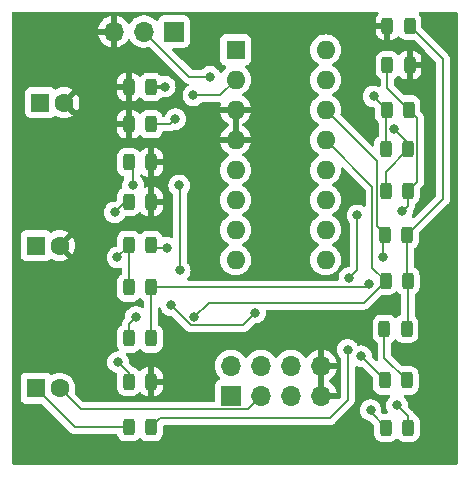
<source format=gtl>
%TF.GenerationSoftware,KiCad,Pcbnew,(6.0.2)*%
%TF.CreationDate,2022-04-01T15:41:45-05:00*%
%TF.ProjectId,delayEffect,64656c61-7945-4666-9665-63742e6b6963,rev?*%
%TF.SameCoordinates,Original*%
%TF.FileFunction,Copper,L1,Top*%
%TF.FilePolarity,Positive*%
%FSLAX46Y46*%
G04 Gerber Fmt 4.6, Leading zero omitted, Abs format (unit mm)*
G04 Created by KiCad (PCBNEW (6.0.2)) date 2022-04-01 15:41:45*
%MOMM*%
%LPD*%
G01*
G04 APERTURE LIST*
G04 Aperture macros list*
%AMRoundRect*
0 Rectangle with rounded corners*
0 $1 Rounding radius*
0 $2 $3 $4 $5 $6 $7 $8 $9 X,Y pos of 4 corners*
0 Add a 4 corners polygon primitive as box body*
4,1,4,$2,$3,$4,$5,$6,$7,$8,$9,$2,$3,0*
0 Add four circle primitives for the rounded corners*
1,1,$1+$1,$2,$3*
1,1,$1+$1,$4,$5*
1,1,$1+$1,$6,$7*
1,1,$1+$1,$8,$9*
0 Add four rect primitives between the rounded corners*
20,1,$1+$1,$2,$3,$4,$5,0*
20,1,$1+$1,$4,$5,$6,$7,0*
20,1,$1+$1,$6,$7,$8,$9,0*
20,1,$1+$1,$8,$9,$2,$3,0*%
G04 Aperture macros list end*
%TA.AperFunction,ComponentPad*%
%ADD10O,1.700000X1.700000*%
%TD*%
%TA.AperFunction,ComponentPad*%
%ADD11R,1.700000X1.700000*%
%TD*%
%TA.AperFunction,SMDPad,CuDef*%
%ADD12RoundRect,0.243750X0.243750X0.456250X-0.243750X0.456250X-0.243750X-0.456250X0.243750X-0.456250X0*%
%TD*%
%TA.AperFunction,ComponentPad*%
%ADD13R,1.600000X1.600000*%
%TD*%
%TA.AperFunction,ComponentPad*%
%ADD14C,1.600000*%
%TD*%
%TA.AperFunction,SMDPad,CuDef*%
%ADD15RoundRect,0.243750X-0.243750X-0.456250X0.243750X-0.456250X0.243750X0.456250X-0.243750X0.456250X0*%
%TD*%
%TA.AperFunction,ComponentPad*%
%ADD16O,1.600000X1.600000*%
%TD*%
%TA.AperFunction,ViaPad*%
%ADD17C,0.800000*%
%TD*%
%TA.AperFunction,Conductor*%
%ADD18C,0.152400*%
%TD*%
%TA.AperFunction,Conductor*%
%ADD19C,0.304800*%
%TD*%
G04 APERTURE END LIST*
D10*
%TO.P,J1,8*%
%TO.N,GND*%
X136525000Y-92075000D03*
%TO.P,J1,7*%
X136525000Y-94615000D03*
%TO.P,J1,6*%
%TO.N,Output*%
X133985000Y-92075000D03*
%TO.P,J1,5*%
X133985000Y-94615000D03*
%TO.P,J1,4*%
%TO.N,Input*%
X131445000Y-92075000D03*
%TO.P,J1,3*%
X131445000Y-94615000D03*
%TO.P,J1,2*%
%TO.N,+5V*%
X128905000Y-92075000D03*
D11*
%TO.P,J1,1*%
X128905000Y-94615000D03*
%TD*%
D12*
%TO.P,C1,1*%
%TO.N,+5V*%
X122120900Y-68478400D03*
%TO.P,C1,2*%
%TO.N,GND*%
X120245900Y-68478400D03*
%TD*%
D13*
%TO.P,C2,1*%
%TO.N,+5V*%
X112757200Y-69799200D03*
D14*
%TO.P,C2,2*%
%TO.N,GND*%
X114757200Y-69799200D03*
%TD*%
%TO.P,C3,2*%
%TO.N,GND*%
X114395000Y-81915000D03*
D13*
%TO.P,C3,1*%
%TO.N,Net-(C3-Pad1)*%
X112395000Y-81915000D03*
%TD*%
D15*
%TO.P,C4,1*%
%TO.N,Net-(C4-Pad1)*%
X120245900Y-93421200D03*
%TO.P,C4,2*%
%TO.N,GND*%
X122120900Y-93421200D03*
%TD*%
%TO.P,C5,2*%
%TO.N,GND*%
X122120900Y-74853800D03*
%TO.P,C5,1*%
%TO.N,Net-(C5-Pad1)*%
X120245900Y-74853800D03*
%TD*%
D12*
%TO.P,C6,1*%
%TO.N,Net-(C6-Pad1)*%
X143888700Y-97332800D03*
%TO.P,C6,2*%
%TO.N,Net-(C6-Pad2)*%
X142013700Y-97332800D03*
%TD*%
%TO.P,C7,2*%
%TO.N,Net-(C7-Pad2)*%
X141912100Y-93319600D03*
%TO.P,C7,1*%
%TO.N,Net-(C7-Pad1)*%
X143787100Y-93319600D03*
%TD*%
%TO.P,C8,1*%
%TO.N,Net-(C8-Pad1)*%
X122120900Y-89763600D03*
%TO.P,C8,2*%
%TO.N,Net-(C8-Pad2)*%
X120245900Y-89763600D03*
%TD*%
%TO.P,C9,2*%
%TO.N,GND*%
X142143000Y-63296800D03*
%TO.P,C9,1*%
%TO.N,Net-(C9-Pad1)*%
X144018000Y-63296800D03*
%TD*%
D15*
%TO.P,C10,1*%
%TO.N,Net-(C10-Pad1)*%
X120245900Y-78181200D03*
%TO.P,C10,2*%
%TO.N,GND*%
X122120900Y-78181200D03*
%TD*%
%TO.P,C11,2*%
%TO.N,Output*%
X122120900Y-81838800D03*
%TO.P,C11,1*%
%TO.N,Net-(C10-Pad1)*%
X120245900Y-81838800D03*
%TD*%
%TO.P,C12,2*%
%TO.N,Net-(C12-Pad2)*%
X143891000Y-73761600D03*
%TO.P,C12,1*%
%TO.N,Net-(C12-Pad1)*%
X142016000Y-73761600D03*
%TD*%
%TO.P,C13,1*%
%TO.N,Net-(C13-Pad1)*%
X142143000Y-66624200D03*
%TO.P,C13,2*%
%TO.N,GND*%
X144018000Y-66624200D03*
%TD*%
D13*
%TO.P,C14,1*%
%TO.N,Net-(C14-Pad1)*%
X112395000Y-93980000D03*
D14*
%TO.P,C14,2*%
%TO.N,Input*%
X114395000Y-93980000D03*
%TD*%
D12*
%TO.P,R2,2*%
%TO.N,Net-(C7-Pad1)*%
X141889000Y-88950800D03*
%TO.P,R2,1*%
%TO.N,Net-(C9-Pad1)*%
X143764000Y-88950800D03*
%TD*%
%TO.P,R3,1*%
%TO.N,Net-(C9-Pad1)*%
X143865600Y-84886800D03*
%TO.P,R3,2*%
%TO.N,Net-(C8-Pad2)*%
X141990600Y-84886800D03*
%TD*%
%TO.P,R4,2*%
%TO.N,Net-(C8-Pad1)*%
X141939800Y-80975200D03*
%TO.P,R4,1*%
%TO.N,Net-(C9-Pad1)*%
X143814800Y-80975200D03*
%TD*%
D15*
%TO.P,R5,1*%
%TO.N,Net-(C10-Pad1)*%
X120245900Y-85445600D03*
%TO.P,R5,2*%
%TO.N,Net-(C8-Pad1)*%
X122120900Y-85445600D03*
%TD*%
D12*
%TO.P,R6,1*%
%TO.N,Net-(C13-Pad1)*%
X143865600Y-77266800D03*
%TO.P,R6,2*%
%TO.N,Net-(C12-Pad2)*%
X141990600Y-77266800D03*
%TD*%
%TO.P,R7,1*%
%TO.N,Net-(C13-Pad1)*%
X143941800Y-70383400D03*
%TO.P,R7,2*%
%TO.N,Net-(C12-Pad1)*%
X142066800Y-70383400D03*
%TD*%
D15*
%TO.P,R8,2*%
%TO.N,Net-(C13-Pad1)*%
X122120900Y-97282000D03*
%TO.P,R8,1*%
%TO.N,Net-(C14-Pad1)*%
X120245900Y-97282000D03*
%TD*%
%TO.P,R9,1*%
%TO.N,GND*%
X120245900Y-71628000D03*
%TO.P,R9,2*%
%TO.N,Input*%
X122120900Y-71628000D03*
%TD*%
D13*
%TO.P,U1,1*%
%TO.N,+5V*%
X129286201Y-65328201D03*
D16*
%TO.P,U1,9*%
%TO.N,Net-(C6-Pad2)*%
X136906201Y-83108201D03*
%TO.P,U1,2*%
%TO.N,Net-(C3-Pad1)*%
X129286201Y-67868201D03*
%TO.P,U1,10*%
%TO.N,Net-(C6-Pad1)*%
X136906201Y-80568201D03*
%TO.P,U1,3*%
%TO.N,GND*%
X129286201Y-70408201D03*
%TO.P,U1,11*%
%TO.N,Net-(C7-Pad2)*%
X136906201Y-78028201D03*
%TO.P,U1,4*%
%TO.N,GND*%
X129286201Y-72948201D03*
%TO.P,U1,12*%
%TO.N,Net-(C7-Pad2)*%
X136906201Y-75488201D03*
%TO.P,U1,5*%
%TO.N,Net-(U1-Pad5)*%
X129286201Y-75488201D03*
%TO.P,U1,13*%
%TO.N,Net-(C8-Pad2)*%
X136906201Y-72948201D03*
%TO.P,U1,6*%
%TO.N,Net-(J2-Pad2)*%
X129286201Y-78028201D03*
%TO.P,U1,14*%
%TO.N,Net-(C8-Pad1)*%
X136906201Y-70408201D03*
%TO.P,U1,7*%
%TO.N,Net-(C4-Pad1)*%
X129286201Y-80568201D03*
%TO.P,U1,15*%
%TO.N,Net-(C12-Pad2)*%
X136906201Y-67868201D03*
%TO.P,U1,8*%
%TO.N,Net-(C5-Pad1)*%
X129286201Y-83108201D03*
%TO.P,U1,16*%
%TO.N,Net-(C12-Pad1)*%
X136906201Y-65328201D03*
%TD*%
D11*
%TO.P,J2,1*%
%TO.N,Net-(J2-Pad1)*%
X124079000Y-63779400D03*
D10*
%TO.P,J2,2*%
%TO.N,Net-(J2-Pad2)*%
X121539000Y-63779400D03*
%TO.P,J2,3*%
%TO.N,GND*%
X118999000Y-63779400D03*
%TD*%
D17*
%TO.N,Net-(C3-Pad1)*%
X125704600Y-69189600D03*
%TO.N,Net-(C4-Pad1)*%
X119329200Y-91770200D03*
X123825000Y-86969600D03*
X130962400Y-87579200D03*
%TO.N,Net-(C5-Pad1)*%
X120605399Y-76770542D03*
%TO.N,Net-(C6-Pad1)*%
X142951200Y-95427800D03*
%TO.N,Net-(C6-Pad2)*%
X140716000Y-95834200D03*
%TO.N,Net-(C7-Pad2)*%
X139903200Y-91262200D03*
%TO.N,Net-(C8-Pad1)*%
X140579400Y-85140800D03*
X141808200Y-82905600D03*
%TO.N,Net-(C8-Pad2)*%
X120853200Y-87934800D03*
X125806200Y-87960200D03*
%TO.N,Net-(C10-Pad1)*%
X119278400Y-82905600D03*
X119049800Y-79095600D03*
%TO.N,Output*%
X123444000Y-82067400D03*
%TO.N,Net-(C12-Pad2)*%
X142692200Y-72059800D03*
%TO.N,Net-(C12-Pad1)*%
X140970000Y-69265800D03*
%TO.N,Net-(C13-Pad1)*%
X143408400Y-78994000D03*
X139598400Y-79349600D03*
X138912600Y-84632800D03*
X138785600Y-90728800D03*
%TO.N,Input*%
X124561600Y-83997800D03*
X124510800Y-76809600D03*
X124180600Y-71196200D03*
%TO.N,+5V*%
X123291600Y-68453000D03*
%TO.N,Net-(J2-Pad2)*%
X127127000Y-67589400D03*
%TD*%
D18*
%TO.N,Net-(C3-Pad1)*%
X127964802Y-69189600D02*
X129286201Y-67868201D01*
X125704600Y-69189600D02*
X127964802Y-69189600D01*
%TO.N,Net-(C4-Pad1)*%
X120245900Y-93421200D02*
X120245900Y-92686900D01*
X120245900Y-92686900D02*
X119329200Y-91770200D01*
X129905199Y-88636401D02*
X130962400Y-87579200D01*
X123825000Y-86969600D02*
X125491801Y-88636401D01*
X125491801Y-88636401D02*
X129905199Y-88636401D01*
%TO.N,Net-(C5-Pad1)*%
X120605399Y-75213299D02*
X120245900Y-74853800D01*
X120605399Y-76770542D02*
X120605399Y-75213299D01*
%TO.N,Net-(C6-Pad1)*%
X142951200Y-95427800D02*
X143865600Y-96342200D01*
X143865600Y-97309700D02*
X143888700Y-97332800D01*
X143865600Y-96342200D02*
X143865600Y-97309700D01*
%TO.N,Net-(C6-Pad2)*%
X142013700Y-97332800D02*
X140716000Y-96035100D01*
X140716000Y-96035100D02*
X140716000Y-95834200D01*
%TO.N,Net-(C7-Pad2)*%
X141912100Y-93271100D02*
X141912100Y-93319600D01*
X139903200Y-91262200D02*
X141912100Y-93271100D01*
%TO.N,Net-(C7-Pad1)*%
X141889000Y-91421500D02*
X143787100Y-93319600D01*
X141889000Y-88950800D02*
X141889000Y-91421500D01*
%TO.N,Net-(C8-Pad1)*%
X122120900Y-89763600D02*
X122120900Y-85445600D01*
X141226890Y-74728890D02*
X136906201Y-70408201D01*
X141226890Y-80262290D02*
X141226890Y-74728890D01*
X141939800Y-80975200D02*
X141226890Y-80262290D01*
X122120900Y-85445600D02*
X140274600Y-85445600D01*
X140274600Y-85445600D02*
X140579400Y-85140800D01*
X141808200Y-81106800D02*
X141939800Y-80975200D01*
X141808200Y-82905600D02*
X141808200Y-81106800D01*
%TO.N,Net-(C8-Pad2)*%
X140874480Y-76916480D02*
X136906201Y-72948201D01*
X140874480Y-83770680D02*
X140874480Y-76916480D01*
X141990600Y-84886800D02*
X140874480Y-83770680D01*
X120245900Y-89763600D02*
X120245900Y-88542100D01*
X120245900Y-88542100D02*
X120853200Y-87934800D01*
X125806200Y-87960200D02*
X127025400Y-86741000D01*
X140136400Y-86741000D02*
X141990600Y-84886800D01*
X127025400Y-86741000D02*
X140136400Y-86741000D01*
%TO.N,Net-(C9-Pad1)*%
X144018000Y-63296800D02*
X146837400Y-66116200D01*
X146837400Y-77952600D02*
X143814800Y-80975200D01*
X146837400Y-66116200D02*
X146837400Y-77952600D01*
X143814800Y-84836000D02*
X143865600Y-84886800D01*
X143814800Y-80975200D02*
X143814800Y-84836000D01*
X143865600Y-88849200D02*
X143764000Y-88950800D01*
X143865600Y-84886800D02*
X143865600Y-88849200D01*
%TO.N,Net-(C10-Pad1)*%
X120245900Y-85445600D02*
X120245900Y-81838800D01*
X120245900Y-81838800D02*
X120245900Y-81938100D01*
X120245900Y-81938100D02*
X119278400Y-82905600D01*
X119964200Y-78181200D02*
X120245900Y-78181200D01*
X119049800Y-79095600D02*
X119964200Y-78181200D01*
%TO.N,Output*%
X122349500Y-82067400D02*
X122120900Y-81838800D01*
X123444000Y-82067400D02*
X122349500Y-82067400D01*
%TO.N,Net-(C12-Pad2)*%
X143891000Y-73258600D02*
X143891000Y-73761600D01*
X142692200Y-72059800D02*
X143891000Y-73258600D01*
X141990600Y-75662000D02*
X143891000Y-73761600D01*
X141990600Y-77266800D02*
X141990600Y-75662000D01*
%TO.N,Net-(C12-Pad1)*%
X142016000Y-70434200D02*
X142066800Y-70383400D01*
X142016000Y-73761600D02*
X142016000Y-70434200D01*
X142066800Y-70383400D02*
X140970000Y-69286600D01*
X140970000Y-69286600D02*
X140970000Y-69265800D01*
%TO.N,Net-(C13-Pad1)*%
X142143000Y-68584600D02*
X143941800Y-70383400D01*
X142143000Y-66624200D02*
X142143000Y-68584600D01*
X144654710Y-76477690D02*
X143865600Y-77266800D01*
X144654710Y-71096310D02*
X144654710Y-76477690D01*
X143941800Y-70383400D02*
X144654710Y-71096310D01*
X143865600Y-77266800D02*
X143865600Y-78536800D01*
X143865600Y-78536800D02*
X143408400Y-78994000D01*
X139598400Y-79349600D02*
X139598400Y-83947000D01*
X139598400Y-83947000D02*
X138912600Y-84632800D01*
X138785600Y-90728800D02*
X138785600Y-94996000D01*
X138785600Y-94996000D02*
X137261600Y-96520000D01*
X122882900Y-96520000D02*
X122120900Y-97282000D01*
X137261600Y-96520000D02*
X122882900Y-96520000D01*
%TO.N,Net-(C14-Pad1)*%
X115697000Y-97282000D02*
X120245900Y-97282000D01*
X112395000Y-93980000D02*
X115697000Y-97282000D01*
%TO.N,Input*%
X130318799Y-95741201D02*
X131445000Y-94615000D01*
X116156201Y-95741201D02*
X130318799Y-95741201D01*
X114395000Y-93980000D02*
X116156201Y-95741201D01*
X124561600Y-83997800D02*
X124561600Y-76860400D01*
X124561600Y-76860400D02*
X124510800Y-76809600D01*
X123748800Y-71628000D02*
X122120900Y-71628000D01*
X124180600Y-71196200D02*
X123748800Y-71628000D01*
D19*
%TO.N,+5V*%
X122120900Y-68478400D02*
X123266200Y-68478400D01*
X123266200Y-68478400D02*
X123291600Y-68453000D01*
D18*
%TO.N,Net-(J2-Pad2)*%
X125349000Y-67589400D02*
X121539000Y-63779400D01*
X127127000Y-67589400D02*
X125349000Y-67589400D01*
%TD*%
%TA.AperFunction,Conductor*%
%TO.N,GND*%
G36*
X141337574Y-62123002D02*
G01*
X141384067Y-62176658D01*
X141394171Y-62246932D01*
X141364677Y-62311512D01*
X141358626Y-62318018D01*
X141310449Y-62366279D01*
X141301437Y-62377690D01*
X141217135Y-62514454D01*
X141210991Y-62527632D01*
X141160273Y-62680540D01*
X141157407Y-62693906D01*
X141147828Y-62787401D01*
X141147500Y-62793816D01*
X141147500Y-63024685D01*
X141151975Y-63039924D01*
X141153365Y-63041129D01*
X141161048Y-63042800D01*
X142271000Y-63042800D01*
X142339121Y-63062802D01*
X142385614Y-63116458D01*
X142397000Y-63168800D01*
X142397000Y-64486684D01*
X142401475Y-64501923D01*
X142402865Y-64503128D01*
X142410548Y-64504799D01*
X142433433Y-64504799D01*
X142439952Y-64504462D01*
X142534670Y-64494634D01*
X142548064Y-64491742D01*
X142700865Y-64440764D01*
X142714043Y-64434590D01*
X142850649Y-64350056D01*
X142862050Y-64341020D01*
X142975551Y-64227321D01*
X142981294Y-64220049D01*
X143039211Y-64178986D01*
X143110134Y-64175754D01*
X143171546Y-64211379D01*
X143177340Y-64218054D01*
X143180703Y-64223489D01*
X143304847Y-64347417D01*
X143454171Y-64439461D01*
X143461119Y-64441766D01*
X143461120Y-64441766D01*
X143614134Y-64492519D01*
X143614136Y-64492519D01*
X143620665Y-64494685D01*
X143724269Y-64505300D01*
X144015734Y-64505300D01*
X144311730Y-64505299D01*
X144322133Y-64504220D01*
X144331676Y-64503230D01*
X144401497Y-64516096D01*
X144433772Y-64539462D01*
X145328625Y-65434316D01*
X146215795Y-66321486D01*
X146249821Y-66383798D01*
X146252700Y-66410581D01*
X146252700Y-77658220D01*
X146232698Y-77726341D01*
X146215795Y-77747315D01*
X144435242Y-79527868D01*
X144372930Y-79561894D01*
X144302115Y-79556829D01*
X144245279Y-79514282D01*
X144220468Y-79447762D01*
X144237029Y-79375771D01*
X144239624Y-79371277D01*
X144242927Y-79365556D01*
X144301942Y-79183928D01*
X144304492Y-79159672D01*
X144321214Y-79000565D01*
X144321904Y-78994000D01*
X144318710Y-78963610D01*
X144331482Y-78893772D01*
X144344058Y-78873736D01*
X144371304Y-78838228D01*
X144376334Y-78831673D01*
X144431236Y-78699127D01*
X144435250Y-78689437D01*
X144450300Y-78575121D01*
X144450300Y-78575119D01*
X144455345Y-78536800D01*
X144451378Y-78506667D01*
X144450300Y-78490221D01*
X144450300Y-78466929D01*
X144470302Y-78398808D01*
X144509996Y-78359786D01*
X144579789Y-78316597D01*
X144703717Y-78192453D01*
X144795761Y-78043129D01*
X144798066Y-78036180D01*
X144848819Y-77883166D01*
X144848819Y-77883164D01*
X144850985Y-77876635D01*
X144861600Y-77773031D01*
X144861599Y-77149881D01*
X144881601Y-77081760D01*
X144898504Y-77060786D01*
X145035213Y-76924077D01*
X145047605Y-76913209D01*
X145071723Y-76894703D01*
X145092554Y-76867556D01*
X145143087Y-76801699D01*
X145160417Y-76779114D01*
X145165444Y-76772563D01*
X145196681Y-76697150D01*
X145224360Y-76630327D01*
X145239410Y-76516011D01*
X145239410Y-76516009D01*
X145244455Y-76477690D01*
X145240488Y-76447557D01*
X145239410Y-76431111D01*
X145239410Y-71142888D01*
X145240488Y-71126441D01*
X145243377Y-71104498D01*
X145244455Y-71096310D01*
X145234928Y-71023945D01*
X145227542Y-70967842D01*
X145225438Y-70951861D01*
X145224360Y-70943673D01*
X145188643Y-70857444D01*
X145168996Y-70810013D01*
X145165444Y-70801438D01*
X145165444Y-70801437D01*
X145109917Y-70729073D01*
X145071723Y-70679297D01*
X145065173Y-70674271D01*
X145065169Y-70674267D01*
X145047601Y-70660787D01*
X145035209Y-70649919D01*
X144974705Y-70589415D01*
X144940679Y-70527103D01*
X144937800Y-70500320D01*
X144937799Y-69880437D01*
X144937799Y-69877170D01*
X144926916Y-69772271D01*
X144924737Y-69765740D01*
X144924736Y-69765735D01*
X144873720Y-69612822D01*
X144871402Y-69605874D01*
X144779097Y-69456711D01*
X144732255Y-69409950D01*
X144660133Y-69337954D01*
X144654953Y-69332783D01*
X144637251Y-69321871D01*
X144505629Y-69240739D01*
X144498680Y-69238434D01*
X144345666Y-69187681D01*
X144345664Y-69187681D01*
X144339135Y-69185515D01*
X144235531Y-69174900D01*
X143944066Y-69174900D01*
X143648070Y-69174901D01*
X143628127Y-69176970D01*
X143558306Y-69164105D01*
X143526030Y-69140739D01*
X142764605Y-68379315D01*
X142730580Y-68317002D01*
X142727700Y-68290219D01*
X142727700Y-67824329D01*
X142747702Y-67756208D01*
X142787396Y-67717186D01*
X142857189Y-67673997D01*
X142981117Y-67549853D01*
X142983114Y-67546613D01*
X143039852Y-67506386D01*
X143110775Y-67503153D01*
X143172187Y-67538778D01*
X143179566Y-67547278D01*
X143186282Y-67555752D01*
X143299979Y-67669251D01*
X143311390Y-67678263D01*
X143448154Y-67762565D01*
X143461332Y-67768709D01*
X143614240Y-67819427D01*
X143627606Y-67822293D01*
X143721101Y-67831872D01*
X143727516Y-67832200D01*
X143745885Y-67832200D01*
X143761124Y-67827725D01*
X143762329Y-67826335D01*
X143764000Y-67818652D01*
X143764000Y-67814084D01*
X144272000Y-67814084D01*
X144276475Y-67829323D01*
X144277865Y-67830528D01*
X144285548Y-67832199D01*
X144308433Y-67832199D01*
X144314952Y-67831862D01*
X144409670Y-67822034D01*
X144423064Y-67819142D01*
X144575865Y-67768164D01*
X144589043Y-67761990D01*
X144725649Y-67677456D01*
X144737050Y-67668420D01*
X144850551Y-67554721D01*
X144859563Y-67543310D01*
X144943865Y-67406546D01*
X144950009Y-67393368D01*
X145000727Y-67240460D01*
X145003593Y-67227094D01*
X145013172Y-67133599D01*
X145013500Y-67127184D01*
X145013500Y-66896315D01*
X145009025Y-66881076D01*
X145007635Y-66879871D01*
X144999952Y-66878200D01*
X144290115Y-66878200D01*
X144274876Y-66882675D01*
X144273671Y-66884065D01*
X144272000Y-66891748D01*
X144272000Y-67814084D01*
X143764000Y-67814084D01*
X143764000Y-66352085D01*
X144272000Y-66352085D01*
X144276475Y-66367324D01*
X144277865Y-66368529D01*
X144285548Y-66370200D01*
X144995384Y-66370200D01*
X145010623Y-66365725D01*
X145011828Y-66364335D01*
X145013499Y-66356652D01*
X145013499Y-66121267D01*
X145013162Y-66114748D01*
X145003334Y-66020030D01*
X145000442Y-66006636D01*
X144949464Y-65853835D01*
X144943290Y-65840657D01*
X144858756Y-65704051D01*
X144849720Y-65692650D01*
X144736021Y-65579149D01*
X144724610Y-65570137D01*
X144587846Y-65485835D01*
X144574668Y-65479691D01*
X144421760Y-65428973D01*
X144408394Y-65426107D01*
X144314899Y-65416528D01*
X144308484Y-65416200D01*
X144290115Y-65416200D01*
X144274876Y-65420675D01*
X144273671Y-65422065D01*
X144272000Y-65429748D01*
X144272000Y-66352085D01*
X143764000Y-66352085D01*
X143764000Y-65434316D01*
X143759525Y-65419077D01*
X143758135Y-65417872D01*
X143750452Y-65416201D01*
X143727567Y-65416201D01*
X143721048Y-65416538D01*
X143626330Y-65426366D01*
X143612936Y-65429258D01*
X143460135Y-65480236D01*
X143446957Y-65486410D01*
X143310351Y-65570944D01*
X143298950Y-65579980D01*
X143185449Y-65693679D01*
X143179706Y-65700951D01*
X143121789Y-65742014D01*
X143050866Y-65745246D01*
X142989454Y-65709621D01*
X142983660Y-65702946D01*
X142980297Y-65697511D01*
X142856153Y-65573583D01*
X142706829Y-65481539D01*
X142699880Y-65479234D01*
X142546866Y-65428481D01*
X142546864Y-65428481D01*
X142540335Y-65426315D01*
X142436731Y-65415700D01*
X142145266Y-65415700D01*
X141849270Y-65415701D01*
X141744371Y-65426584D01*
X141737840Y-65428763D01*
X141737835Y-65428764D01*
X141589689Y-65478190D01*
X141577974Y-65482098D01*
X141428811Y-65574403D01*
X141304883Y-65698547D01*
X141212839Y-65847871D01*
X141210534Y-65854819D01*
X141210534Y-65854820D01*
X141160179Y-66006636D01*
X141157615Y-66014365D01*
X141147000Y-66117969D01*
X141147001Y-67130430D01*
X141157884Y-67235329D01*
X141160063Y-67241860D01*
X141160064Y-67241865D01*
X141192665Y-67339581D01*
X141213398Y-67401726D01*
X141305703Y-67550889D01*
X141429847Y-67674817D01*
X141436079Y-67678658D01*
X141436081Y-67678660D01*
X141498415Y-67717083D01*
X141545909Y-67769855D01*
X141558300Y-67824343D01*
X141558300Y-68339228D01*
X141538298Y-68407349D01*
X141484642Y-68453842D01*
X141414368Y-68463946D01*
X141381053Y-68454336D01*
X141252288Y-68397006D01*
X141157998Y-68376964D01*
X141071944Y-68358672D01*
X141071939Y-68358672D01*
X141065487Y-68357300D01*
X140874513Y-68357300D01*
X140868061Y-68358672D01*
X140868056Y-68358672D01*
X140782002Y-68376964D01*
X140687712Y-68397006D01*
X140681682Y-68399691D01*
X140681681Y-68399691D01*
X140519278Y-68471997D01*
X140519276Y-68471998D01*
X140513248Y-68474682D01*
X140358747Y-68586934D01*
X140354326Y-68591844D01*
X140354325Y-68591845D01*
X140245113Y-68713138D01*
X140230960Y-68728856D01*
X140225528Y-68738265D01*
X140146931Y-68874399D01*
X140135473Y-68894244D01*
X140076458Y-69075872D01*
X140075768Y-69082433D01*
X140075768Y-69082435D01*
X140064505Y-69189600D01*
X140056496Y-69265800D01*
X140057186Y-69272365D01*
X140071647Y-69409950D01*
X140076458Y-69455728D01*
X140135473Y-69637356D01*
X140138776Y-69643078D01*
X140138777Y-69643079D01*
X140156414Y-69673627D01*
X140230960Y-69802744D01*
X140235378Y-69807651D01*
X140235379Y-69807652D01*
X140295044Y-69873917D01*
X140358747Y-69944666D01*
X140513248Y-70056918D01*
X140519276Y-70059602D01*
X140519278Y-70059603D01*
X140681681Y-70131909D01*
X140687712Y-70134594D01*
X140761264Y-70150228D01*
X140868056Y-70172928D01*
X140868061Y-70172928D01*
X140874513Y-70174300D01*
X140944800Y-70174300D01*
X141012921Y-70194302D01*
X141059414Y-70247958D01*
X141070800Y-70300300D01*
X141070801Y-70630808D01*
X141070801Y-70889630D01*
X141081684Y-70994529D01*
X141083863Y-71001060D01*
X141083864Y-71001065D01*
X141125693Y-71126441D01*
X141137198Y-71160926D01*
X141229503Y-71310089D01*
X141353647Y-71434017D01*
X141359877Y-71437857D01*
X141359878Y-71437858D01*
X141371416Y-71444970D01*
X141418909Y-71497742D01*
X141431300Y-71552230D01*
X141431300Y-72561471D01*
X141411298Y-72629592D01*
X141371604Y-72668614D01*
X141301811Y-72711803D01*
X141177883Y-72835947D01*
X141085839Y-72985271D01*
X141030615Y-73151765D01*
X141020000Y-73255369D01*
X141020000Y-73390920D01*
X140999998Y-73459041D01*
X140946342Y-73505534D01*
X140876068Y-73515638D01*
X140811488Y-73486144D01*
X140804905Y-73480015D01*
X138200769Y-70875879D01*
X138166743Y-70813567D01*
X138168157Y-70754173D01*
X138198320Y-70641603D01*
X138198320Y-70641601D01*
X138199744Y-70636288D01*
X138219699Y-70408201D01*
X138199744Y-70180114D01*
X138188112Y-70136704D01*
X138141908Y-69964268D01*
X138141907Y-69964266D01*
X138140485Y-69958958D01*
X138107535Y-69888295D01*
X138046050Y-69756439D01*
X138046047Y-69756434D01*
X138043724Y-69751452D01*
X137946654Y-69612822D01*
X137915558Y-69568412D01*
X137915556Y-69568409D01*
X137912399Y-69563901D01*
X137750501Y-69402003D01*
X137745993Y-69398846D01*
X137745990Y-69398844D01*
X137632116Y-69319109D01*
X137562950Y-69270678D01*
X137557968Y-69268355D01*
X137557963Y-69268352D01*
X137523744Y-69252396D01*
X137470459Y-69205479D01*
X137450998Y-69137202D01*
X137471540Y-69069242D01*
X137523744Y-69024006D01*
X137557963Y-69008050D01*
X137557968Y-69008047D01*
X137562950Y-69005724D01*
X137718595Y-68896740D01*
X137745990Y-68877558D01*
X137745993Y-68877556D01*
X137750501Y-68874399D01*
X137912399Y-68712501D01*
X137943547Y-68668018D01*
X138023403Y-68553971D01*
X138043724Y-68524950D01*
X138046047Y-68519968D01*
X138046050Y-68519963D01*
X138138162Y-68322426D01*
X138138162Y-68322425D01*
X138140485Y-68317444D01*
X138150224Y-68281100D01*
X138198320Y-68101603D01*
X138198320Y-68101601D01*
X138199744Y-68096288D01*
X138219699Y-67868201D01*
X138199744Y-67640114D01*
X138187981Y-67596214D01*
X138141908Y-67424268D01*
X138141907Y-67424266D01*
X138140485Y-67418958D01*
X138132450Y-67401726D01*
X138046050Y-67216439D01*
X138046047Y-67216434D01*
X138043724Y-67211452D01*
X137970299Y-67106590D01*
X137915558Y-67028412D01*
X137915556Y-67028409D01*
X137912399Y-67023901D01*
X137750501Y-66862003D01*
X137745993Y-66858846D01*
X137745990Y-66858844D01*
X137655664Y-66795597D01*
X137562950Y-66730678D01*
X137557968Y-66728355D01*
X137557963Y-66728352D01*
X137523744Y-66712396D01*
X137470459Y-66665479D01*
X137450998Y-66597202D01*
X137471540Y-66529242D01*
X137523744Y-66484006D01*
X137557963Y-66468050D01*
X137557968Y-66468047D01*
X137562950Y-66465724D01*
X137699372Y-66370200D01*
X137745990Y-66337558D01*
X137745993Y-66337556D01*
X137750501Y-66334399D01*
X137912399Y-66172501D01*
X137951822Y-66116200D01*
X138018334Y-66021210D01*
X138043724Y-65984950D01*
X138046047Y-65979968D01*
X138046050Y-65979963D01*
X138138162Y-65782426D01*
X138138162Y-65782425D01*
X138140485Y-65777444D01*
X138149113Y-65745246D01*
X138198320Y-65561603D01*
X138198320Y-65561601D01*
X138199744Y-65556288D01*
X138219699Y-65328201D01*
X138199744Y-65100114D01*
X138196890Y-65089462D01*
X138141908Y-64884268D01*
X138141907Y-64884266D01*
X138140485Y-64878958D01*
X138080086Y-64749431D01*
X138046050Y-64676439D01*
X138046047Y-64676434D01*
X138043724Y-64671452D01*
X137927153Y-64504972D01*
X137915558Y-64488412D01*
X137915556Y-64488409D01*
X137912399Y-64483901D01*
X137750501Y-64322003D01*
X137745993Y-64318846D01*
X137745990Y-64318844D01*
X137615281Y-64227321D01*
X137562950Y-64190678D01*
X137557968Y-64188355D01*
X137557963Y-64188352D01*
X137360426Y-64096240D01*
X137360425Y-64096240D01*
X137355444Y-64093917D01*
X137350136Y-64092495D01*
X137350134Y-64092494D01*
X137139603Y-64036082D01*
X137139601Y-64036082D01*
X137134288Y-64034658D01*
X136906201Y-64014703D01*
X136678114Y-64034658D01*
X136672801Y-64036082D01*
X136672799Y-64036082D01*
X136462268Y-64092494D01*
X136462266Y-64092495D01*
X136456958Y-64093917D01*
X136451977Y-64096240D01*
X136451976Y-64096240D01*
X136254439Y-64188352D01*
X136254434Y-64188355D01*
X136249452Y-64190678D01*
X136197121Y-64227321D01*
X136066412Y-64318844D01*
X136066409Y-64318846D01*
X136061901Y-64322003D01*
X135900003Y-64483901D01*
X135896846Y-64488409D01*
X135896844Y-64488412D01*
X135885249Y-64504972D01*
X135768678Y-64671452D01*
X135766355Y-64676434D01*
X135766352Y-64676439D01*
X135732316Y-64749431D01*
X135671917Y-64878958D01*
X135670495Y-64884266D01*
X135670494Y-64884268D01*
X135615512Y-65089462D01*
X135612658Y-65100114D01*
X135592703Y-65328201D01*
X135612658Y-65556288D01*
X135614082Y-65561601D01*
X135614082Y-65561603D01*
X135663290Y-65745246D01*
X135671917Y-65777444D01*
X135674240Y-65782425D01*
X135674240Y-65782426D01*
X135766352Y-65979963D01*
X135766355Y-65979968D01*
X135768678Y-65984950D01*
X135794068Y-66021210D01*
X135860581Y-66116200D01*
X135900003Y-66172501D01*
X136061901Y-66334399D01*
X136066409Y-66337556D01*
X136066412Y-66337558D01*
X136113030Y-66370200D01*
X136249452Y-66465724D01*
X136254434Y-66468047D01*
X136254439Y-66468050D01*
X136288658Y-66484006D01*
X136341943Y-66530923D01*
X136361404Y-66599200D01*
X136340862Y-66667160D01*
X136288658Y-66712396D01*
X136254439Y-66728352D01*
X136254434Y-66728355D01*
X136249452Y-66730678D01*
X136156738Y-66795597D01*
X136066412Y-66858844D01*
X136066409Y-66858846D01*
X136061901Y-66862003D01*
X135900003Y-67023901D01*
X135896846Y-67028409D01*
X135896844Y-67028412D01*
X135842103Y-67106590D01*
X135768678Y-67211452D01*
X135766355Y-67216434D01*
X135766352Y-67216439D01*
X135679952Y-67401726D01*
X135671917Y-67418958D01*
X135670495Y-67424266D01*
X135670494Y-67424268D01*
X135624421Y-67596214D01*
X135612658Y-67640114D01*
X135592703Y-67868201D01*
X135612658Y-68096288D01*
X135614082Y-68101601D01*
X135614082Y-68101603D01*
X135662179Y-68281100D01*
X135671917Y-68317444D01*
X135674240Y-68322425D01*
X135674240Y-68322426D01*
X135766352Y-68519963D01*
X135766355Y-68519968D01*
X135768678Y-68524950D01*
X135788999Y-68553971D01*
X135868856Y-68668018D01*
X135900003Y-68712501D01*
X136061901Y-68874399D01*
X136066409Y-68877556D01*
X136066412Y-68877558D01*
X136093807Y-68896740D01*
X136249452Y-69005724D01*
X136254434Y-69008047D01*
X136254439Y-69008050D01*
X136288658Y-69024006D01*
X136341943Y-69070923D01*
X136361404Y-69139200D01*
X136340862Y-69207160D01*
X136288658Y-69252396D01*
X136254439Y-69268352D01*
X136254434Y-69268355D01*
X136249452Y-69270678D01*
X136180286Y-69319109D01*
X136066412Y-69398844D01*
X136066409Y-69398846D01*
X136061901Y-69402003D01*
X135900003Y-69563901D01*
X135896846Y-69568409D01*
X135896844Y-69568412D01*
X135865748Y-69612822D01*
X135768678Y-69751452D01*
X135766355Y-69756434D01*
X135766352Y-69756439D01*
X135704867Y-69888295D01*
X135671917Y-69958958D01*
X135670495Y-69964266D01*
X135670494Y-69964268D01*
X135624290Y-70136704D01*
X135612658Y-70180114D01*
X135592703Y-70408201D01*
X135612658Y-70636288D01*
X135614082Y-70641601D01*
X135614082Y-70641603D01*
X135642006Y-70745814D01*
X135671917Y-70857444D01*
X135674240Y-70862425D01*
X135674240Y-70862426D01*
X135766352Y-71059963D01*
X135766355Y-71059968D01*
X135768678Y-71064950D01*
X135796370Y-71104498D01*
X135881181Y-71225620D01*
X135900003Y-71252501D01*
X136061901Y-71414399D01*
X136066409Y-71417556D01*
X136066412Y-71417558D01*
X136082533Y-71428846D01*
X136249452Y-71545724D01*
X136254434Y-71548047D01*
X136254439Y-71548050D01*
X136288658Y-71564006D01*
X136341943Y-71610923D01*
X136361404Y-71679200D01*
X136340862Y-71747160D01*
X136288658Y-71792396D01*
X136254439Y-71808352D01*
X136254434Y-71808355D01*
X136249452Y-71810678D01*
X136164510Y-71870155D01*
X136066412Y-71938844D01*
X136066409Y-71938846D01*
X136061901Y-71942003D01*
X135900003Y-72103901D01*
X135896846Y-72108409D01*
X135896844Y-72108412D01*
X135842103Y-72186590D01*
X135768678Y-72291452D01*
X135766355Y-72296434D01*
X135766352Y-72296439D01*
X135713137Y-72410561D01*
X135671917Y-72498958D01*
X135670495Y-72504266D01*
X135670494Y-72504268D01*
X135623070Y-72681256D01*
X135612658Y-72720114D01*
X135592703Y-72948201D01*
X135612658Y-73176288D01*
X135671917Y-73397444D01*
X135674240Y-73402425D01*
X135674240Y-73402426D01*
X135766352Y-73599963D01*
X135766355Y-73599968D01*
X135768678Y-73604950D01*
X135900003Y-73792501D01*
X136061901Y-73954399D01*
X136066409Y-73957556D01*
X136066412Y-73957558D01*
X136086486Y-73971614D01*
X136249452Y-74085724D01*
X136254434Y-74088047D01*
X136254439Y-74088050D01*
X136288658Y-74104006D01*
X136341943Y-74150923D01*
X136361404Y-74219200D01*
X136340862Y-74287160D01*
X136288658Y-74332396D01*
X136254439Y-74348352D01*
X136254434Y-74348355D01*
X136249452Y-74350678D01*
X136144590Y-74424103D01*
X136066412Y-74478844D01*
X136066409Y-74478846D01*
X136061901Y-74482003D01*
X135900003Y-74643901D01*
X135768678Y-74831452D01*
X135766355Y-74836434D01*
X135766352Y-74836439D01*
X135703569Y-74971080D01*
X135671917Y-75038958D01*
X135670495Y-75044266D01*
X135670494Y-75044268D01*
X135648617Y-75125915D01*
X135612658Y-75260114D01*
X135592703Y-75488201D01*
X135612658Y-75716288D01*
X135614082Y-75721601D01*
X135614082Y-75721603D01*
X135664097Y-75908258D01*
X135671917Y-75937444D01*
X135674240Y-75942425D01*
X135674240Y-75942426D01*
X135766352Y-76139963D01*
X135766355Y-76139968D01*
X135768678Y-76144950D01*
X135900003Y-76332501D01*
X136061901Y-76494399D01*
X136066409Y-76497556D01*
X136066412Y-76497558D01*
X136092763Y-76516009D01*
X136249452Y-76625724D01*
X136254434Y-76628047D01*
X136254439Y-76628050D01*
X136288658Y-76644006D01*
X136341943Y-76690923D01*
X136361404Y-76759200D01*
X136340862Y-76827160D01*
X136288658Y-76872396D01*
X136254439Y-76888352D01*
X136254434Y-76888355D01*
X136249452Y-76890678D01*
X136182425Y-76937611D01*
X136066412Y-77018844D01*
X136066409Y-77018846D01*
X136061901Y-77022003D01*
X135900003Y-77183901D01*
X135768678Y-77371452D01*
X135766355Y-77376434D01*
X135766352Y-77376439D01*
X135679288Y-77563151D01*
X135671917Y-77578958D01*
X135670495Y-77584266D01*
X135670494Y-77584268D01*
X135620777Y-77769814D01*
X135612658Y-77800114D01*
X135592703Y-78028201D01*
X135612658Y-78256288D01*
X135614082Y-78261601D01*
X135614082Y-78261603D01*
X135668617Y-78465127D01*
X135671917Y-78477444D01*
X135674240Y-78482425D01*
X135674240Y-78482426D01*
X135766352Y-78679963D01*
X135766355Y-78679968D01*
X135768678Y-78684950D01*
X135838100Y-78784094D01*
X135876005Y-78838228D01*
X135900003Y-78872501D01*
X136061901Y-79034399D01*
X136066409Y-79037556D01*
X136066412Y-79037558D01*
X136139929Y-79089035D01*
X136249452Y-79165724D01*
X136254434Y-79168047D01*
X136254439Y-79168050D01*
X136288658Y-79184006D01*
X136341943Y-79230923D01*
X136361404Y-79299200D01*
X136340862Y-79367160D01*
X136288658Y-79412396D01*
X136254439Y-79428352D01*
X136254434Y-79428355D01*
X136249452Y-79430678D01*
X136189183Y-79472879D01*
X136066412Y-79558844D01*
X136066409Y-79558846D01*
X136061901Y-79562003D01*
X135900003Y-79723901D01*
X135896846Y-79728409D01*
X135896844Y-79728412D01*
X135864597Y-79774466D01*
X135768678Y-79911452D01*
X135766355Y-79916434D01*
X135766352Y-79916439D01*
X135684204Y-80092608D01*
X135671917Y-80118958D01*
X135612658Y-80340114D01*
X135592703Y-80568201D01*
X135612658Y-80796288D01*
X135614082Y-80801601D01*
X135614082Y-80801603D01*
X135644506Y-80915144D01*
X135671917Y-81017444D01*
X135674240Y-81022425D01*
X135674240Y-81022426D01*
X135766352Y-81219963D01*
X135766355Y-81219968D01*
X135768678Y-81224950D01*
X135900003Y-81412501D01*
X136061901Y-81574399D01*
X136066409Y-81577556D01*
X136066412Y-81577558D01*
X136086418Y-81591566D01*
X136249452Y-81705724D01*
X136254434Y-81708047D01*
X136254439Y-81708050D01*
X136288658Y-81724006D01*
X136341943Y-81770923D01*
X136361404Y-81839200D01*
X136340862Y-81907160D01*
X136288658Y-81952396D01*
X136254439Y-81968352D01*
X136254434Y-81968355D01*
X136249452Y-81970678D01*
X136166373Y-82028851D01*
X136066412Y-82098844D01*
X136066409Y-82098846D01*
X136061901Y-82102003D01*
X135900003Y-82263901D01*
X135768678Y-82451452D01*
X135766355Y-82456434D01*
X135766352Y-82456439D01*
X135691796Y-82616326D01*
X135671917Y-82658958D01*
X135670495Y-82664266D01*
X135670494Y-82664268D01*
X135620006Y-82852691D01*
X135612658Y-82880114D01*
X135592703Y-83108201D01*
X135612658Y-83336288D01*
X135614082Y-83341601D01*
X135614082Y-83341603D01*
X135642445Y-83447452D01*
X135671917Y-83557444D01*
X135674240Y-83562425D01*
X135674240Y-83562426D01*
X135766352Y-83759963D01*
X135766355Y-83759968D01*
X135768678Y-83764950D01*
X135822756Y-83842181D01*
X135863407Y-83900236D01*
X135900003Y-83952501D01*
X136061901Y-84114399D01*
X136066409Y-84117556D01*
X136066412Y-84117558D01*
X136144590Y-84172299D01*
X136249452Y-84245724D01*
X136254434Y-84248047D01*
X136254439Y-84248050D01*
X136394996Y-84313592D01*
X136456958Y-84342485D01*
X136462266Y-84343907D01*
X136462268Y-84343908D01*
X136672799Y-84400320D01*
X136672801Y-84400320D01*
X136678114Y-84401744D01*
X136906201Y-84421699D01*
X137134288Y-84401744D01*
X137139601Y-84400320D01*
X137139603Y-84400320D01*
X137350134Y-84343908D01*
X137350136Y-84343907D01*
X137355444Y-84342485D01*
X137417406Y-84313592D01*
X137557963Y-84248050D01*
X137557968Y-84248047D01*
X137562950Y-84245724D01*
X137667812Y-84172299D01*
X137745990Y-84117558D01*
X137745993Y-84117556D01*
X137750501Y-84114399D01*
X137912399Y-83952501D01*
X137948996Y-83900236D01*
X137989646Y-83842181D01*
X138043724Y-83764950D01*
X138046047Y-83759968D01*
X138046050Y-83759963D01*
X138138162Y-83562426D01*
X138138162Y-83562425D01*
X138140485Y-83557444D01*
X138169958Y-83447452D01*
X138198320Y-83341603D01*
X138198320Y-83341601D01*
X138199744Y-83336288D01*
X138219699Y-83108201D01*
X138199744Y-82880114D01*
X138192396Y-82852691D01*
X138141908Y-82664268D01*
X138141907Y-82664266D01*
X138140485Y-82658958D01*
X138120606Y-82616326D01*
X138046050Y-82456439D01*
X138046047Y-82456434D01*
X138043724Y-82451452D01*
X137912399Y-82263901D01*
X137750501Y-82102003D01*
X137745993Y-82098846D01*
X137745990Y-82098844D01*
X137646029Y-82028851D01*
X137562950Y-81970678D01*
X137557968Y-81968355D01*
X137557963Y-81968352D01*
X137523744Y-81952396D01*
X137470459Y-81905479D01*
X137450998Y-81837202D01*
X137471540Y-81769242D01*
X137523744Y-81724006D01*
X137557963Y-81708050D01*
X137557968Y-81708047D01*
X137562950Y-81705724D01*
X137725984Y-81591566D01*
X137745990Y-81577558D01*
X137745993Y-81577556D01*
X137750501Y-81574399D01*
X137912399Y-81412501D01*
X138043724Y-81224950D01*
X138046047Y-81219968D01*
X138046050Y-81219963D01*
X138138162Y-81022426D01*
X138138162Y-81022425D01*
X138140485Y-81017444D01*
X138167897Y-80915144D01*
X138198320Y-80801603D01*
X138198320Y-80801601D01*
X138199744Y-80796288D01*
X138219699Y-80568201D01*
X138199744Y-80340114D01*
X138140485Y-80118958D01*
X138128198Y-80092608D01*
X138046050Y-79916439D01*
X138046047Y-79916434D01*
X138043724Y-79911452D01*
X137947805Y-79774466D01*
X137915558Y-79728412D01*
X137915556Y-79728409D01*
X137912399Y-79723901D01*
X137750501Y-79562003D01*
X137745993Y-79558846D01*
X137745990Y-79558844D01*
X137623219Y-79472879D01*
X137562950Y-79430678D01*
X137557968Y-79428355D01*
X137557963Y-79428352D01*
X137523744Y-79412396D01*
X137470459Y-79365479D01*
X137450998Y-79297202D01*
X137471540Y-79229242D01*
X137523744Y-79184006D01*
X137557963Y-79168050D01*
X137557968Y-79168047D01*
X137562950Y-79165724D01*
X137672473Y-79089035D01*
X137745990Y-79037558D01*
X137745993Y-79037556D01*
X137750501Y-79034399D01*
X137912399Y-78872501D01*
X137936398Y-78838228D01*
X137974302Y-78784094D01*
X138043724Y-78684950D01*
X138046047Y-78679968D01*
X138046050Y-78679963D01*
X138138162Y-78482426D01*
X138138162Y-78482425D01*
X138140485Y-78477444D01*
X138143786Y-78465127D01*
X138198320Y-78261603D01*
X138198320Y-78261601D01*
X138199744Y-78256288D01*
X138219699Y-78028201D01*
X138199744Y-77800114D01*
X138191625Y-77769814D01*
X138141908Y-77584268D01*
X138141907Y-77584266D01*
X138140485Y-77578958D01*
X138133114Y-77563151D01*
X138046050Y-77376439D01*
X138046047Y-77376434D01*
X138043724Y-77371452D01*
X137912399Y-77183901D01*
X137750501Y-77022003D01*
X137745993Y-77018846D01*
X137745990Y-77018844D01*
X137629977Y-76937611D01*
X137562950Y-76890678D01*
X137557968Y-76888355D01*
X137557963Y-76888352D01*
X137523744Y-76872396D01*
X137470459Y-76825479D01*
X137450998Y-76757202D01*
X137471540Y-76689242D01*
X137523744Y-76644006D01*
X137557963Y-76628050D01*
X137557968Y-76628047D01*
X137562950Y-76625724D01*
X137719639Y-76516009D01*
X137745990Y-76497558D01*
X137745993Y-76497556D01*
X137750501Y-76494399D01*
X137912399Y-76332501D01*
X138043724Y-76144950D01*
X138046047Y-76139968D01*
X138046050Y-76139963D01*
X138138162Y-75942426D01*
X138138162Y-75942425D01*
X138140485Y-75937444D01*
X138148306Y-75908258D01*
X138198320Y-75721603D01*
X138198320Y-75721601D01*
X138199744Y-75716288D01*
X138219699Y-75488201D01*
X138211557Y-75395139D01*
X138225546Y-75325535D01*
X138274945Y-75274543D01*
X138344071Y-75258352D01*
X138410977Y-75282104D01*
X138426173Y-75295063D01*
X140252875Y-77121765D01*
X140286901Y-77184077D01*
X140289780Y-77210860D01*
X140289780Y-78481660D01*
X140269778Y-78549781D01*
X140216122Y-78596274D01*
X140145848Y-78606378D01*
X140089720Y-78583597D01*
X140075845Y-78573517D01*
X140055152Y-78558482D01*
X140049124Y-78555798D01*
X140049122Y-78555797D01*
X139886719Y-78483491D01*
X139886718Y-78483491D01*
X139880688Y-78480806D01*
X139768954Y-78457056D01*
X139700344Y-78442472D01*
X139700339Y-78442472D01*
X139693887Y-78441100D01*
X139502913Y-78441100D01*
X139496461Y-78442472D01*
X139496456Y-78442472D01*
X139427846Y-78457056D01*
X139316112Y-78480806D01*
X139310082Y-78483491D01*
X139310081Y-78483491D01*
X139147678Y-78555797D01*
X139147676Y-78555798D01*
X139141648Y-78558482D01*
X138987147Y-78670734D01*
X138982726Y-78675644D01*
X138982725Y-78675645D01*
X138873043Y-78797460D01*
X138859360Y-78812656D01*
X138763873Y-78978044D01*
X138704858Y-79159672D01*
X138704168Y-79166233D01*
X138704168Y-79166235D01*
X138696998Y-79234456D01*
X138684896Y-79349600D01*
X138685586Y-79356165D01*
X138702205Y-79514282D01*
X138704858Y-79539528D01*
X138763873Y-79721156D01*
X138859360Y-79886544D01*
X138863778Y-79891451D01*
X138863779Y-79891452D01*
X138890152Y-79920742D01*
X138963973Y-80002728D01*
X138981336Y-80022012D01*
X139012053Y-80086019D01*
X139013700Y-80106322D01*
X139013700Y-83598300D01*
X138993698Y-83666421D01*
X138940042Y-83712914D01*
X138887700Y-83724300D01*
X138817113Y-83724300D01*
X138810661Y-83725672D01*
X138810656Y-83725672D01*
X138734632Y-83741832D01*
X138630312Y-83764006D01*
X138624282Y-83766691D01*
X138624281Y-83766691D01*
X138461878Y-83838997D01*
X138461876Y-83838998D01*
X138455848Y-83841682D01*
X138301347Y-83953934D01*
X138296926Y-83958844D01*
X138296925Y-83958845D01*
X138290178Y-83966339D01*
X138173560Y-84095856D01*
X138152246Y-84132773D01*
X138085691Y-84248050D01*
X138078073Y-84261244D01*
X138019058Y-84442872D01*
X138018368Y-84449433D01*
X138018368Y-84449435D01*
X138006431Y-84563008D01*
X137999096Y-84632800D01*
X138007943Y-84716968D01*
X138008443Y-84721729D01*
X137995671Y-84791568D01*
X137947169Y-84843414D01*
X137883133Y-84860900D01*
X125289968Y-84860900D01*
X125221847Y-84840898D01*
X125175354Y-84787242D01*
X125165250Y-84716968D01*
X125196332Y-84650590D01*
X125296221Y-84539652D01*
X125296222Y-84539651D01*
X125300640Y-84534744D01*
X125385627Y-84387542D01*
X125392823Y-84375079D01*
X125392824Y-84375078D01*
X125396127Y-84369356D01*
X125455142Y-84187728D01*
X125462658Y-84116222D01*
X125474414Y-84004365D01*
X125475104Y-83997800D01*
X125464850Y-83900236D01*
X125455832Y-83814435D01*
X125455832Y-83814433D01*
X125455142Y-83807872D01*
X125396127Y-83626244D01*
X125379994Y-83598300D01*
X125303941Y-83466574D01*
X125300640Y-83460856D01*
X125288567Y-83447447D01*
X125193264Y-83341603D01*
X125178664Y-83325388D01*
X125147947Y-83261381D01*
X125146300Y-83241078D01*
X125146300Y-83108201D01*
X127972703Y-83108201D01*
X127992658Y-83336288D01*
X127994082Y-83341601D01*
X127994082Y-83341603D01*
X128022445Y-83447452D01*
X128051917Y-83557444D01*
X128054240Y-83562425D01*
X128054240Y-83562426D01*
X128146352Y-83759963D01*
X128146355Y-83759968D01*
X128148678Y-83764950D01*
X128202756Y-83842181D01*
X128243407Y-83900236D01*
X128280003Y-83952501D01*
X128441901Y-84114399D01*
X128446409Y-84117556D01*
X128446412Y-84117558D01*
X128524590Y-84172299D01*
X128629452Y-84245724D01*
X128634434Y-84248047D01*
X128634439Y-84248050D01*
X128774996Y-84313592D01*
X128836958Y-84342485D01*
X128842266Y-84343907D01*
X128842268Y-84343908D01*
X129052799Y-84400320D01*
X129052801Y-84400320D01*
X129058114Y-84401744D01*
X129286201Y-84421699D01*
X129514288Y-84401744D01*
X129519601Y-84400320D01*
X129519603Y-84400320D01*
X129730134Y-84343908D01*
X129730136Y-84343907D01*
X129735444Y-84342485D01*
X129797406Y-84313592D01*
X129937963Y-84248050D01*
X129937968Y-84248047D01*
X129942950Y-84245724D01*
X130047812Y-84172299D01*
X130125990Y-84117558D01*
X130125993Y-84117556D01*
X130130501Y-84114399D01*
X130292399Y-83952501D01*
X130328996Y-83900236D01*
X130369646Y-83842181D01*
X130423724Y-83764950D01*
X130426047Y-83759968D01*
X130426050Y-83759963D01*
X130518162Y-83562426D01*
X130518162Y-83562425D01*
X130520485Y-83557444D01*
X130549958Y-83447452D01*
X130578320Y-83341603D01*
X130578320Y-83341601D01*
X130579744Y-83336288D01*
X130599699Y-83108201D01*
X130579744Y-82880114D01*
X130572396Y-82852691D01*
X130521908Y-82664268D01*
X130521907Y-82664266D01*
X130520485Y-82658958D01*
X130500606Y-82616326D01*
X130426050Y-82456439D01*
X130426047Y-82456434D01*
X130423724Y-82451452D01*
X130292399Y-82263901D01*
X130130501Y-82102003D01*
X130125993Y-82098846D01*
X130125990Y-82098844D01*
X130026029Y-82028851D01*
X129942950Y-81970678D01*
X129937968Y-81968355D01*
X129937963Y-81968352D01*
X129903744Y-81952396D01*
X129850459Y-81905479D01*
X129830998Y-81837202D01*
X129851540Y-81769242D01*
X129903744Y-81724006D01*
X129937963Y-81708050D01*
X129937968Y-81708047D01*
X129942950Y-81705724D01*
X130105984Y-81591566D01*
X130125990Y-81577558D01*
X130125993Y-81577556D01*
X130130501Y-81574399D01*
X130292399Y-81412501D01*
X130423724Y-81224950D01*
X130426047Y-81219968D01*
X130426050Y-81219963D01*
X130518162Y-81022426D01*
X130518162Y-81022425D01*
X130520485Y-81017444D01*
X130547897Y-80915144D01*
X130578320Y-80801603D01*
X130578320Y-80801601D01*
X130579744Y-80796288D01*
X130599699Y-80568201D01*
X130579744Y-80340114D01*
X130520485Y-80118958D01*
X130508198Y-80092608D01*
X130426050Y-79916439D01*
X130426047Y-79916434D01*
X130423724Y-79911452D01*
X130327805Y-79774466D01*
X130295558Y-79728412D01*
X130295556Y-79728409D01*
X130292399Y-79723901D01*
X130130501Y-79562003D01*
X130125993Y-79558846D01*
X130125990Y-79558844D01*
X130003219Y-79472879D01*
X129942950Y-79430678D01*
X129937968Y-79428355D01*
X129937963Y-79428352D01*
X129903744Y-79412396D01*
X129850459Y-79365479D01*
X129830998Y-79297202D01*
X129851540Y-79229242D01*
X129903744Y-79184006D01*
X129937963Y-79168050D01*
X129937968Y-79168047D01*
X129942950Y-79165724D01*
X130052473Y-79089035D01*
X130125990Y-79037558D01*
X130125993Y-79037556D01*
X130130501Y-79034399D01*
X130292399Y-78872501D01*
X130316398Y-78838228D01*
X130354302Y-78784094D01*
X130423724Y-78684950D01*
X130426047Y-78679968D01*
X130426050Y-78679963D01*
X130518162Y-78482426D01*
X130518162Y-78482425D01*
X130520485Y-78477444D01*
X130523786Y-78465127D01*
X130578320Y-78261603D01*
X130578320Y-78261601D01*
X130579744Y-78256288D01*
X130599699Y-78028201D01*
X130579744Y-77800114D01*
X130571625Y-77769814D01*
X130521908Y-77584268D01*
X130521907Y-77584266D01*
X130520485Y-77578958D01*
X130513114Y-77563151D01*
X130426050Y-77376439D01*
X130426047Y-77376434D01*
X130423724Y-77371452D01*
X130292399Y-77183901D01*
X130130501Y-77022003D01*
X130125993Y-77018846D01*
X130125990Y-77018844D01*
X130009977Y-76937611D01*
X129942950Y-76890678D01*
X129937968Y-76888355D01*
X129937963Y-76888352D01*
X129903744Y-76872396D01*
X129850459Y-76825479D01*
X129830998Y-76757202D01*
X129851540Y-76689242D01*
X129903744Y-76644006D01*
X129937963Y-76628050D01*
X129937968Y-76628047D01*
X129942950Y-76625724D01*
X130099639Y-76516009D01*
X130125990Y-76497558D01*
X130125993Y-76497556D01*
X130130501Y-76494399D01*
X130292399Y-76332501D01*
X130423724Y-76144950D01*
X130426047Y-76139968D01*
X130426050Y-76139963D01*
X130518162Y-75942426D01*
X130518162Y-75942425D01*
X130520485Y-75937444D01*
X130528306Y-75908258D01*
X130578320Y-75721603D01*
X130578320Y-75721601D01*
X130579744Y-75716288D01*
X130599699Y-75488201D01*
X130579744Y-75260114D01*
X130543785Y-75125915D01*
X130521908Y-75044268D01*
X130521907Y-75044266D01*
X130520485Y-75038958D01*
X130488833Y-74971080D01*
X130426050Y-74836439D01*
X130426047Y-74836434D01*
X130423724Y-74831452D01*
X130292399Y-74643901D01*
X130130501Y-74482003D01*
X130125993Y-74478846D01*
X130125990Y-74478844D01*
X130047812Y-74424103D01*
X129942950Y-74350678D01*
X129937968Y-74348355D01*
X129937963Y-74348352D01*
X129903152Y-74332120D01*
X129849867Y-74285203D01*
X129830406Y-74216926D01*
X129850948Y-74148966D01*
X129903152Y-74103730D01*
X129937712Y-74087615D01*
X129947208Y-74082132D01*
X130125668Y-73957173D01*
X130134076Y-73950117D01*
X130288117Y-73796076D01*
X130295173Y-73787668D01*
X130420132Y-73609208D01*
X130425615Y-73599712D01*
X130517691Y-73402254D01*
X130521437Y-73391962D01*
X130567595Y-73219698D01*
X130567259Y-73205602D01*
X130559317Y-73202201D01*
X128018234Y-73202201D01*
X128004703Y-73206174D01*
X128003474Y-73214723D01*
X128050965Y-73391962D01*
X128054711Y-73402254D01*
X128146787Y-73599712D01*
X128152270Y-73609208D01*
X128277229Y-73787668D01*
X128284285Y-73796076D01*
X128438326Y-73950117D01*
X128446734Y-73957173D01*
X128625194Y-74082132D01*
X128634690Y-74087615D01*
X128669250Y-74103730D01*
X128722535Y-74150647D01*
X128741996Y-74218924D01*
X128721454Y-74286884D01*
X128669250Y-74332120D01*
X128634439Y-74348352D01*
X128634434Y-74348355D01*
X128629452Y-74350678D01*
X128524590Y-74424103D01*
X128446412Y-74478844D01*
X128446409Y-74478846D01*
X128441901Y-74482003D01*
X128280003Y-74643901D01*
X128148678Y-74831452D01*
X128146355Y-74836434D01*
X128146352Y-74836439D01*
X128083569Y-74971080D01*
X128051917Y-75038958D01*
X128050495Y-75044266D01*
X128050494Y-75044268D01*
X128028617Y-75125915D01*
X127992658Y-75260114D01*
X127972703Y-75488201D01*
X127992658Y-75716288D01*
X127994082Y-75721601D01*
X127994082Y-75721603D01*
X128044097Y-75908258D01*
X128051917Y-75937444D01*
X128054240Y-75942425D01*
X128054240Y-75942426D01*
X128146352Y-76139963D01*
X128146355Y-76139968D01*
X128148678Y-76144950D01*
X128280003Y-76332501D01*
X128441901Y-76494399D01*
X128446409Y-76497556D01*
X128446412Y-76497558D01*
X128472763Y-76516009D01*
X128629452Y-76625724D01*
X128634434Y-76628047D01*
X128634439Y-76628050D01*
X128668658Y-76644006D01*
X128721943Y-76690923D01*
X128741404Y-76759200D01*
X128720862Y-76827160D01*
X128668658Y-76872396D01*
X128634439Y-76888352D01*
X128634434Y-76888355D01*
X128629452Y-76890678D01*
X128562425Y-76937611D01*
X128446412Y-77018844D01*
X128446409Y-77018846D01*
X128441901Y-77022003D01*
X128280003Y-77183901D01*
X128148678Y-77371452D01*
X128146355Y-77376434D01*
X128146352Y-77376439D01*
X128059288Y-77563151D01*
X128051917Y-77578958D01*
X128050495Y-77584266D01*
X128050494Y-77584268D01*
X128000777Y-77769814D01*
X127992658Y-77800114D01*
X127972703Y-78028201D01*
X127992658Y-78256288D01*
X127994082Y-78261601D01*
X127994082Y-78261603D01*
X128048617Y-78465127D01*
X128051917Y-78477444D01*
X128054240Y-78482425D01*
X128054240Y-78482426D01*
X128146352Y-78679963D01*
X128146355Y-78679968D01*
X128148678Y-78684950D01*
X128218100Y-78784094D01*
X128256005Y-78838228D01*
X128280003Y-78872501D01*
X128441901Y-79034399D01*
X128446409Y-79037556D01*
X128446412Y-79037558D01*
X128519929Y-79089035D01*
X128629452Y-79165724D01*
X128634434Y-79168047D01*
X128634439Y-79168050D01*
X128668658Y-79184006D01*
X128721943Y-79230923D01*
X128741404Y-79299200D01*
X128720862Y-79367160D01*
X128668658Y-79412396D01*
X128634439Y-79428352D01*
X128634434Y-79428355D01*
X128629452Y-79430678D01*
X128569183Y-79472879D01*
X128446412Y-79558844D01*
X128446409Y-79558846D01*
X128441901Y-79562003D01*
X128280003Y-79723901D01*
X128276846Y-79728409D01*
X128276844Y-79728412D01*
X128244597Y-79774466D01*
X128148678Y-79911452D01*
X128146355Y-79916434D01*
X128146352Y-79916439D01*
X128064204Y-80092608D01*
X128051917Y-80118958D01*
X127992658Y-80340114D01*
X127972703Y-80568201D01*
X127992658Y-80796288D01*
X127994082Y-80801601D01*
X127994082Y-80801603D01*
X128024506Y-80915144D01*
X128051917Y-81017444D01*
X128054240Y-81022425D01*
X128054240Y-81022426D01*
X128146352Y-81219963D01*
X128146355Y-81219968D01*
X128148678Y-81224950D01*
X128280003Y-81412501D01*
X128441901Y-81574399D01*
X128446409Y-81577556D01*
X128446412Y-81577558D01*
X128466418Y-81591566D01*
X128629452Y-81705724D01*
X128634434Y-81708047D01*
X128634439Y-81708050D01*
X128668658Y-81724006D01*
X128721943Y-81770923D01*
X128741404Y-81839200D01*
X128720862Y-81907160D01*
X128668658Y-81952396D01*
X128634439Y-81968352D01*
X128634434Y-81968355D01*
X128629452Y-81970678D01*
X128546373Y-82028851D01*
X128446412Y-82098844D01*
X128446409Y-82098846D01*
X128441901Y-82102003D01*
X128280003Y-82263901D01*
X128148678Y-82451452D01*
X128146355Y-82456434D01*
X128146352Y-82456439D01*
X128071796Y-82616326D01*
X128051917Y-82658958D01*
X128050495Y-82664266D01*
X128050494Y-82664268D01*
X128000006Y-82852691D01*
X127992658Y-82880114D01*
X127972703Y-83108201D01*
X125146300Y-83108201D01*
X125146300Y-77509903D01*
X125166302Y-77441782D01*
X125178664Y-77425593D01*
X125245421Y-77351452D01*
X125245422Y-77351451D01*
X125249840Y-77346544D01*
X125345327Y-77181156D01*
X125404342Y-76999528D01*
X125406934Y-76974872D01*
X125423614Y-76816165D01*
X125424304Y-76809600D01*
X125404342Y-76619672D01*
X125345327Y-76438044D01*
X125326406Y-76405271D01*
X125288785Y-76340111D01*
X125249840Y-76272656D01*
X125122053Y-76130734D01*
X125006685Y-76046914D01*
X124972894Y-76022363D01*
X124972893Y-76022362D01*
X124967552Y-76018482D01*
X124961524Y-76015798D01*
X124961522Y-76015797D01*
X124799119Y-75943491D01*
X124799118Y-75943491D01*
X124793088Y-75940806D01*
X124699687Y-75920953D01*
X124612744Y-75902472D01*
X124612739Y-75902472D01*
X124606287Y-75901100D01*
X124415313Y-75901100D01*
X124408861Y-75902472D01*
X124408856Y-75902472D01*
X124321913Y-75920953D01*
X124228512Y-75940806D01*
X124222482Y-75943491D01*
X124222481Y-75943491D01*
X124060078Y-76015797D01*
X124060076Y-76015798D01*
X124054048Y-76018482D01*
X124048707Y-76022362D01*
X124048706Y-76022363D01*
X124014915Y-76046914D01*
X123899547Y-76130734D01*
X123771760Y-76272656D01*
X123732815Y-76340111D01*
X123695195Y-76405271D01*
X123676273Y-76438044D01*
X123617258Y-76619672D01*
X123597296Y-76809600D01*
X123597986Y-76816165D01*
X123614667Y-76974872D01*
X123617258Y-76999528D01*
X123676273Y-77181156D01*
X123771760Y-77346544D01*
X123776178Y-77351451D01*
X123776179Y-77351452D01*
X123864379Y-77449408D01*
X123899547Y-77488466D01*
X123924961Y-77506930D01*
X123968314Y-77563151D01*
X123976900Y-77608866D01*
X123976900Y-81116162D01*
X123956898Y-81184283D01*
X123903242Y-81230776D01*
X123832968Y-81240880D01*
X123799652Y-81231269D01*
X123732323Y-81201292D01*
X123732315Y-81201289D01*
X123726288Y-81198606D01*
X123632888Y-81178753D01*
X123545944Y-81160272D01*
X123545939Y-81160272D01*
X123539487Y-81158900D01*
X123348513Y-81158900D01*
X123342061Y-81160272D01*
X123342056Y-81160272D01*
X123210748Y-81188183D01*
X123139957Y-81182781D01*
X123083325Y-81139964D01*
X123065027Y-81104811D01*
X123052821Y-81068224D01*
X123052820Y-81068222D01*
X123050502Y-81061274D01*
X122958197Y-80912111D01*
X122834053Y-80788183D01*
X122684729Y-80696139D01*
X122646654Y-80683510D01*
X122524766Y-80643081D01*
X122524764Y-80643081D01*
X122518235Y-80640915D01*
X122414631Y-80630300D01*
X122123166Y-80630300D01*
X121827170Y-80630301D01*
X121722271Y-80641184D01*
X121715740Y-80643363D01*
X121715735Y-80643364D01*
X121567589Y-80692790D01*
X121555874Y-80696698D01*
X121406711Y-80789003D01*
X121282783Y-80913147D01*
X121280981Y-80916070D01*
X121224371Y-80956208D01*
X121153448Y-80959442D01*
X121092036Y-80923818D01*
X121086484Y-80917422D01*
X121083197Y-80912111D01*
X120959053Y-80788183D01*
X120809729Y-80696139D01*
X120771654Y-80683510D01*
X120649766Y-80643081D01*
X120649764Y-80643081D01*
X120643235Y-80640915D01*
X120539631Y-80630300D01*
X120248166Y-80630300D01*
X119952170Y-80630301D01*
X119847271Y-80641184D01*
X119840740Y-80643363D01*
X119840735Y-80643364D01*
X119692589Y-80692790D01*
X119680874Y-80696698D01*
X119531711Y-80789003D01*
X119407783Y-80913147D01*
X119315739Y-81062471D01*
X119313434Y-81069419D01*
X119313434Y-81069420D01*
X119269909Y-81200644D01*
X119260515Y-81228965D01*
X119249900Y-81332569D01*
X119249900Y-81335786D01*
X119249901Y-81880828D01*
X119229899Y-81948949D01*
X119176244Y-81995442D01*
X119150097Y-82004075D01*
X118996112Y-82036806D01*
X118990082Y-82039491D01*
X118990081Y-82039491D01*
X118827678Y-82111797D01*
X118827676Y-82111798D01*
X118821648Y-82114482D01*
X118667147Y-82226734D01*
X118662726Y-82231644D01*
X118662725Y-82231645D01*
X118637191Y-82260004D01*
X118539360Y-82368656D01*
X118443873Y-82534044D01*
X118384858Y-82715672D01*
X118384168Y-82722233D01*
X118384168Y-82722235D01*
X118368133Y-82874799D01*
X118364896Y-82905600D01*
X118365586Y-82912165D01*
X118382289Y-83071081D01*
X118384858Y-83095528D01*
X118443873Y-83277156D01*
X118539360Y-83442544D01*
X118543775Y-83447447D01*
X118543779Y-83447452D01*
X118647302Y-83562426D01*
X118667147Y-83584466D01*
X118724649Y-83626244D01*
X118797036Y-83678836D01*
X118821648Y-83696718D01*
X118827676Y-83699402D01*
X118827678Y-83699403D01*
X118987770Y-83770680D01*
X118996112Y-83774394D01*
X119061577Y-83788309D01*
X119176456Y-83812728D01*
X119176461Y-83812728D01*
X119182913Y-83814100D01*
X119373887Y-83814100D01*
X119380339Y-83812728D01*
X119380344Y-83812728D01*
X119509003Y-83785380D01*
X119579794Y-83790782D01*
X119636426Y-83833599D01*
X119660920Y-83900236D01*
X119661200Y-83908627D01*
X119661200Y-84245471D01*
X119641198Y-84313592D01*
X119601504Y-84352614D01*
X119531711Y-84395803D01*
X119407783Y-84519947D01*
X119403943Y-84526177D01*
X119403942Y-84526178D01*
X119401205Y-84530618D01*
X119315739Y-84669271D01*
X119313434Y-84676219D01*
X119313434Y-84676220D01*
X119275175Y-84791568D01*
X119260515Y-84835765D01*
X119249900Y-84939369D01*
X119249901Y-85951830D01*
X119260784Y-86056729D01*
X119262963Y-86063260D01*
X119262964Y-86063265D01*
X119285655Y-86131277D01*
X119316298Y-86223126D01*
X119408603Y-86372289D01*
X119532747Y-86496217D01*
X119538977Y-86500057D01*
X119538978Y-86500058D01*
X119557231Y-86511309D01*
X119682071Y-86588261D01*
X119689019Y-86590566D01*
X119689020Y-86590566D01*
X119842034Y-86641319D01*
X119842036Y-86641319D01*
X119848565Y-86643485D01*
X119952169Y-86654100D01*
X120243634Y-86654100D01*
X120539630Y-86654099D01*
X120644529Y-86643216D01*
X120651060Y-86641037D01*
X120651065Y-86641036D01*
X120803978Y-86590020D01*
X120810926Y-86587702D01*
X120960089Y-86495397D01*
X121084017Y-86371253D01*
X121085819Y-86368330D01*
X121142429Y-86328192D01*
X121213352Y-86324958D01*
X121274764Y-86360582D01*
X121280316Y-86366978D01*
X121283603Y-86372289D01*
X121407747Y-86496217D01*
X121413979Y-86500058D01*
X121413981Y-86500060D01*
X121476315Y-86538483D01*
X121523809Y-86591255D01*
X121536200Y-86645743D01*
X121536200Y-87060772D01*
X121516198Y-87128893D01*
X121462542Y-87175386D01*
X121392268Y-87185490D01*
X121336139Y-87162708D01*
X121315294Y-87147563D01*
X121315293Y-87147562D01*
X121309952Y-87143682D01*
X121303924Y-87140998D01*
X121303922Y-87140997D01*
X121141519Y-87068691D01*
X121141518Y-87068691D01*
X121135488Y-87066006D01*
X121042088Y-87046153D01*
X120955144Y-87027672D01*
X120955139Y-87027672D01*
X120948687Y-87026300D01*
X120757713Y-87026300D01*
X120751261Y-87027672D01*
X120751256Y-87027672D01*
X120664312Y-87046153D01*
X120570912Y-87066006D01*
X120564882Y-87068691D01*
X120564881Y-87068691D01*
X120402478Y-87140997D01*
X120402476Y-87140998D01*
X120396448Y-87143682D01*
X120391107Y-87147562D01*
X120391106Y-87147563D01*
X120361488Y-87169082D01*
X120241947Y-87255934D01*
X120237526Y-87260844D01*
X120237525Y-87260845D01*
X120161120Y-87345702D01*
X120114160Y-87397856D01*
X120018673Y-87563244D01*
X119959658Y-87744872D01*
X119958968Y-87751433D01*
X119958968Y-87751435D01*
X119940386Y-87928235D01*
X119939696Y-87934800D01*
X119941374Y-87950756D01*
X119941652Y-87953405D01*
X119928881Y-88023244D01*
X119905437Y-88055673D01*
X119865397Y-88095713D01*
X119853006Y-88106580D01*
X119828887Y-88125087D01*
X119790994Y-88174471D01*
X119735166Y-88247227D01*
X119729068Y-88261949D01*
X119721777Y-88279551D01*
X119696339Y-88340965D01*
X119676250Y-88389463D01*
X119663835Y-88483764D01*
X119656155Y-88542100D01*
X119657233Y-88550288D01*
X119657233Y-88558546D01*
X119655554Y-88558546D01*
X119646112Y-88619076D01*
X119598435Y-88672513D01*
X119531711Y-88713803D01*
X119407783Y-88837947D01*
X119315739Y-88987271D01*
X119313434Y-88994219D01*
X119313434Y-88994220D01*
X119285996Y-89076944D01*
X119260515Y-89153765D01*
X119249900Y-89257369D01*
X119249901Y-90269830D01*
X119260784Y-90374729D01*
X119262963Y-90381260D01*
X119262964Y-90381265D01*
X119294224Y-90474963D01*
X119316298Y-90541126D01*
X119379314Y-90642958D01*
X119395675Y-90669397D01*
X119414513Y-90737849D01*
X119393352Y-90805618D01*
X119338911Y-90851190D01*
X119288531Y-90861700D01*
X119233713Y-90861700D01*
X119227261Y-90863072D01*
X119227256Y-90863072D01*
X119140312Y-90881553D01*
X119046912Y-90901406D01*
X119040882Y-90904091D01*
X119040881Y-90904091D01*
X118878478Y-90976397D01*
X118878476Y-90976398D01*
X118872448Y-90979082D01*
X118717947Y-91091334D01*
X118713526Y-91096244D01*
X118713525Y-91096245D01*
X118608038Y-91213401D01*
X118590160Y-91233256D01*
X118562708Y-91280804D01*
X118503601Y-91383181D01*
X118494673Y-91398644D01*
X118435658Y-91580272D01*
X118434968Y-91586833D01*
X118434968Y-91586835D01*
X118433132Y-91604305D01*
X118415696Y-91770200D01*
X118416386Y-91776765D01*
X118423934Y-91848576D01*
X118435658Y-91960128D01*
X118494673Y-92141756D01*
X118590160Y-92307144D01*
X118594578Y-92312051D01*
X118594579Y-92312052D01*
X118713525Y-92444155D01*
X118717947Y-92449066D01*
X118872448Y-92561318D01*
X118878476Y-92564002D01*
X118878478Y-92564003D01*
X118917254Y-92581267D01*
X119046912Y-92638994D01*
X119163820Y-92663844D01*
X119226292Y-92697571D01*
X119260614Y-92759721D01*
X119260811Y-92810472D01*
X119260515Y-92811365D01*
X119249900Y-92914969D01*
X119249901Y-93927430D01*
X119260784Y-94032329D01*
X119262963Y-94038860D01*
X119262964Y-94038865D01*
X119292170Y-94126406D01*
X119316298Y-94198726D01*
X119408603Y-94347889D01*
X119532747Y-94471817D01*
X119682071Y-94563861D01*
X119689019Y-94566166D01*
X119689020Y-94566166D01*
X119842034Y-94616919D01*
X119842036Y-94616919D01*
X119848565Y-94619085D01*
X119952169Y-94629700D01*
X120243634Y-94629700D01*
X120539630Y-94629699D01*
X120644529Y-94618816D01*
X120651060Y-94616637D01*
X120651065Y-94616636D01*
X120803978Y-94565620D01*
X120810926Y-94563302D01*
X120960089Y-94470997D01*
X121084017Y-94346853D01*
X121086014Y-94343613D01*
X121142752Y-94303386D01*
X121213675Y-94300153D01*
X121275087Y-94335778D01*
X121282466Y-94344278D01*
X121289182Y-94352752D01*
X121402879Y-94466251D01*
X121414290Y-94475263D01*
X121551054Y-94559565D01*
X121564232Y-94565709D01*
X121717140Y-94616427D01*
X121730506Y-94619293D01*
X121824001Y-94628872D01*
X121830416Y-94629200D01*
X121848785Y-94629200D01*
X121864024Y-94624725D01*
X121865229Y-94623335D01*
X121866900Y-94615652D01*
X121866900Y-94611084D01*
X122374900Y-94611084D01*
X122379375Y-94626323D01*
X122380765Y-94627528D01*
X122388448Y-94629199D01*
X122411333Y-94629199D01*
X122417852Y-94628862D01*
X122512570Y-94619034D01*
X122525964Y-94616142D01*
X122678765Y-94565164D01*
X122691943Y-94558990D01*
X122828549Y-94474456D01*
X122839950Y-94465420D01*
X122953451Y-94351721D01*
X122962463Y-94340310D01*
X123046765Y-94203546D01*
X123052909Y-94190368D01*
X123103627Y-94037460D01*
X123106493Y-94024094D01*
X123116072Y-93930599D01*
X123116400Y-93924184D01*
X123116400Y-93693315D01*
X123111925Y-93678076D01*
X123110535Y-93676871D01*
X123102852Y-93675200D01*
X122393015Y-93675200D01*
X122377776Y-93679675D01*
X122376571Y-93681065D01*
X122374900Y-93688748D01*
X122374900Y-94611084D01*
X121866900Y-94611084D01*
X121866900Y-93149085D01*
X122374900Y-93149085D01*
X122379375Y-93164324D01*
X122380765Y-93165529D01*
X122388448Y-93167200D01*
X123098284Y-93167200D01*
X123113523Y-93162725D01*
X123114728Y-93161335D01*
X123116399Y-93153652D01*
X123116399Y-92918267D01*
X123116062Y-92911748D01*
X123106234Y-92817030D01*
X123103342Y-92803636D01*
X123052364Y-92650835D01*
X123046190Y-92637657D01*
X122961656Y-92501051D01*
X122952620Y-92489650D01*
X122838921Y-92376149D01*
X122827510Y-92367137D01*
X122690746Y-92282835D01*
X122677568Y-92276691D01*
X122524660Y-92225973D01*
X122511294Y-92223107D01*
X122417799Y-92213528D01*
X122411384Y-92213200D01*
X122393015Y-92213200D01*
X122377776Y-92217675D01*
X122376571Y-92219065D01*
X122374900Y-92226748D01*
X122374900Y-93149085D01*
X121866900Y-93149085D01*
X121866900Y-92231316D01*
X121862425Y-92216077D01*
X121861035Y-92214872D01*
X121853352Y-92213201D01*
X121830467Y-92213201D01*
X121823948Y-92213538D01*
X121729230Y-92223366D01*
X121715836Y-92226258D01*
X121563035Y-92277236D01*
X121549857Y-92283410D01*
X121413251Y-92367944D01*
X121401850Y-92376980D01*
X121288349Y-92490679D01*
X121282606Y-92497951D01*
X121224689Y-92539014D01*
X121153766Y-92542246D01*
X121092354Y-92506621D01*
X121086560Y-92499946D01*
X121083197Y-92494511D01*
X120959053Y-92370583D01*
X120809729Y-92278539D01*
X120796509Y-92274154D01*
X120649763Y-92225480D01*
X120649761Y-92225480D01*
X120643235Y-92223315D01*
X120637046Y-92222681D01*
X120574588Y-92188697D01*
X120427586Y-92041695D01*
X120276963Y-91891073D01*
X120242938Y-91828760D01*
X120240749Y-91788804D01*
X120242014Y-91776771D01*
X120242014Y-91776765D01*
X120242704Y-91770200D01*
X120225268Y-91604305D01*
X120223432Y-91586835D01*
X120223432Y-91586833D01*
X120222742Y-91580272D01*
X120163727Y-91398644D01*
X120154800Y-91383181D01*
X120095692Y-91280804D01*
X120068240Y-91233256D01*
X120022457Y-91182409D01*
X119991741Y-91118403D01*
X120000505Y-91047949D01*
X120045967Y-90993418D01*
X120116094Y-90972100D01*
X120528151Y-90972099D01*
X120539630Y-90972099D01*
X120644529Y-90961216D01*
X120651060Y-90959037D01*
X120651065Y-90959036D01*
X120803978Y-90908020D01*
X120810926Y-90905702D01*
X120960089Y-90813397D01*
X121084017Y-90689253D01*
X121085819Y-90686330D01*
X121142429Y-90646192D01*
X121213352Y-90642958D01*
X121274764Y-90678582D01*
X121280316Y-90684978D01*
X121283603Y-90690289D01*
X121407747Y-90814217D01*
X121413977Y-90818057D01*
X121413978Y-90818058D01*
X121436009Y-90831638D01*
X121557071Y-90906261D01*
X121564019Y-90908566D01*
X121564020Y-90908566D01*
X121717034Y-90959319D01*
X121717036Y-90959319D01*
X121723565Y-90961485D01*
X121827169Y-90972100D01*
X122118634Y-90972100D01*
X122414630Y-90972099D01*
X122519529Y-90961216D01*
X122526060Y-90959037D01*
X122526065Y-90959036D01*
X122678978Y-90908020D01*
X122685926Y-90905702D01*
X122835089Y-90813397D01*
X122959017Y-90689253D01*
X123051061Y-90539929D01*
X123058458Y-90517627D01*
X123104119Y-90379966D01*
X123104119Y-90379964D01*
X123106285Y-90373435D01*
X123116900Y-90269831D01*
X123116899Y-89257370D01*
X123106016Y-89152471D01*
X123103837Y-89145940D01*
X123103836Y-89145935D01*
X123052820Y-88993022D01*
X123050502Y-88986074D01*
X122958197Y-88836911D01*
X122834053Y-88712983D01*
X122827821Y-88709142D01*
X122827819Y-88709140D01*
X122765485Y-88670717D01*
X122717991Y-88617945D01*
X122705600Y-88563457D01*
X122705600Y-87259940D01*
X122725602Y-87191819D01*
X122779258Y-87145326D01*
X122849532Y-87135222D01*
X122914112Y-87164716D01*
X122951433Y-87221004D01*
X122990473Y-87341156D01*
X122993776Y-87346878D01*
X122993777Y-87346879D01*
X123018253Y-87389272D01*
X123085960Y-87506544D01*
X123090378Y-87511451D01*
X123090379Y-87511452D01*
X123151380Y-87579200D01*
X123213747Y-87648466D01*
X123368248Y-87760718D01*
X123374276Y-87763402D01*
X123374278Y-87763403D01*
X123476013Y-87808698D01*
X123542712Y-87838394D01*
X123636113Y-87858247D01*
X123723056Y-87876728D01*
X123723061Y-87876728D01*
X123729513Y-87878100D01*
X123854420Y-87878100D01*
X123922541Y-87898102D01*
X123943515Y-87915005D01*
X125045417Y-89016908D01*
X125056284Y-89029299D01*
X125074788Y-89053414D01*
X125105452Y-89076943D01*
X125105453Y-89076944D01*
X125196929Y-89147135D01*
X125339164Y-89206051D01*
X125466532Y-89222820D01*
X125483606Y-89225068D01*
X125491801Y-89226147D01*
X125499997Y-89225068D01*
X125521939Y-89222179D01*
X125538386Y-89221101D01*
X129858621Y-89221101D01*
X129875068Y-89222179D01*
X129905199Y-89226146D01*
X129943518Y-89221101D01*
X129943523Y-89221101D01*
X130049648Y-89207129D01*
X130057836Y-89206051D01*
X130167540Y-89160610D01*
X130184063Y-89153766D01*
X130184065Y-89153765D01*
X130192446Y-89150294D01*
X130192448Y-89150293D01*
X130200072Y-89147135D01*
X130206619Y-89142111D01*
X130206623Y-89142109D01*
X130257019Y-89103438D01*
X130315658Y-89058443D01*
X130322212Y-89053414D01*
X130327238Y-89046864D01*
X130327242Y-89046860D01*
X130340722Y-89029292D01*
X130351590Y-89016900D01*
X130843885Y-88524605D01*
X130906197Y-88490579D01*
X130932980Y-88487700D01*
X131057887Y-88487700D01*
X131064339Y-88486328D01*
X131064344Y-88486328D01*
X131151287Y-88467847D01*
X131244688Y-88447994D01*
X131250719Y-88445309D01*
X131413122Y-88373003D01*
X131413124Y-88373002D01*
X131419152Y-88370318D01*
X131450132Y-88347810D01*
X131474557Y-88330064D01*
X131573653Y-88258066D01*
X131578075Y-88253155D01*
X131697021Y-88121052D01*
X131697022Y-88121051D01*
X131701440Y-88116144D01*
X131781173Y-87978043D01*
X131793623Y-87956479D01*
X131793624Y-87956478D01*
X131796927Y-87950756D01*
X131855942Y-87769128D01*
X131857419Y-87755081D01*
X131875214Y-87585765D01*
X131875214Y-87585762D01*
X131875904Y-87579200D01*
X131874227Y-87563244D01*
X131863888Y-87464870D01*
X131876660Y-87395032D01*
X131925163Y-87343185D01*
X131989198Y-87325700D01*
X140089822Y-87325700D01*
X140106269Y-87326778D01*
X140136400Y-87330745D01*
X140174719Y-87325700D01*
X140174724Y-87325700D01*
X140280849Y-87311728D01*
X140289037Y-87310650D01*
X140405440Y-87262434D01*
X140431273Y-87251734D01*
X140488732Y-87207644D01*
X140553413Y-87158013D01*
X140558439Y-87151463D01*
X140558443Y-87151459D01*
X140571923Y-87133891D01*
X140582791Y-87121499D01*
X141574804Y-86129487D01*
X141637116Y-86095461D01*
X141676740Y-86093238D01*
X141693667Y-86094972D01*
X141693668Y-86094972D01*
X141696869Y-86095300D01*
X141988334Y-86095300D01*
X142284330Y-86095299D01*
X142389229Y-86084416D01*
X142395760Y-86082237D01*
X142395765Y-86082236D01*
X142548678Y-86031220D01*
X142555626Y-86028902D01*
X142704789Y-85936597D01*
X142828717Y-85812453D01*
X142830519Y-85809530D01*
X142887129Y-85769392D01*
X142958052Y-85766158D01*
X143019464Y-85801782D01*
X143025016Y-85808178D01*
X143028303Y-85813489D01*
X143152447Y-85937417D01*
X143158679Y-85941258D01*
X143158681Y-85941260D01*
X143221015Y-85979683D01*
X143268509Y-86032455D01*
X143280900Y-86086943D01*
X143280900Y-87691141D01*
X143260898Y-87759262D01*
X143208350Y-87805242D01*
X143205917Y-87806382D01*
X143198974Y-87808698D01*
X143192750Y-87812550D01*
X143192749Y-87812550D01*
X143155325Y-87835709D01*
X143049811Y-87901003D01*
X142925883Y-88025147D01*
X142924081Y-88028070D01*
X142867471Y-88068208D01*
X142796548Y-88071442D01*
X142735136Y-88035818D01*
X142729584Y-88029422D01*
X142726297Y-88024111D01*
X142602153Y-87900183D01*
X142452829Y-87808139D01*
X142444095Y-87805242D01*
X142292866Y-87755081D01*
X142292864Y-87755081D01*
X142286335Y-87752915D01*
X142182731Y-87742300D01*
X141891266Y-87742300D01*
X141595270Y-87742301D01*
X141490371Y-87753184D01*
X141483840Y-87755363D01*
X141483835Y-87755364D01*
X141335689Y-87804790D01*
X141323974Y-87808698D01*
X141174811Y-87901003D01*
X141050883Y-88025147D01*
X140958839Y-88174471D01*
X140956534Y-88181419D01*
X140956534Y-88181420D01*
X140929824Y-88261949D01*
X140903615Y-88340965D01*
X140893000Y-88444569D01*
X140893001Y-89457030D01*
X140903884Y-89561929D01*
X140906063Y-89568460D01*
X140906064Y-89568465D01*
X140951558Y-89704827D01*
X140959398Y-89728326D01*
X141051703Y-89877489D01*
X141175847Y-90001417D01*
X141182079Y-90005258D01*
X141182081Y-90005260D01*
X141244415Y-90043683D01*
X141291909Y-90096455D01*
X141304300Y-90150943D01*
X141304300Y-91374922D01*
X141303222Y-91391369D01*
X141299255Y-91421500D01*
X141300333Y-91429688D01*
X141304300Y-91459819D01*
X141304300Y-91459821D01*
X141312946Y-91525497D01*
X141302006Y-91595646D01*
X141254878Y-91648744D01*
X141186524Y-91667934D01*
X141118646Y-91647122D01*
X141098929Y-91631038D01*
X140850963Y-91383072D01*
X140816937Y-91320760D01*
X140814749Y-91280804D01*
X140816014Y-91268771D01*
X140816014Y-91268765D01*
X140816704Y-91262200D01*
X140799033Y-91094071D01*
X140797432Y-91078835D01*
X140797432Y-91078833D01*
X140796742Y-91072272D01*
X140737727Y-90890644D01*
X140642240Y-90725256D01*
X140615413Y-90695461D01*
X140518875Y-90588245D01*
X140518874Y-90588244D01*
X140514453Y-90583334D01*
X140359952Y-90471082D01*
X140353924Y-90468398D01*
X140353922Y-90468397D01*
X140191519Y-90396091D01*
X140191518Y-90396091D01*
X140185488Y-90393406D01*
X140078049Y-90370569D01*
X140005144Y-90355072D01*
X140005139Y-90355072D01*
X139998687Y-90353700D01*
X139807713Y-90353700D01*
X139801261Y-90355072D01*
X139801256Y-90355072D01*
X139761471Y-90363529D01*
X139728351Y-90370569D01*
X139657561Y-90365167D01*
X139600929Y-90322350D01*
X139593040Y-90310329D01*
X139524640Y-90191856D01*
X139495327Y-90159300D01*
X139401275Y-90054845D01*
X139401274Y-90054844D01*
X139396853Y-90049934D01*
X139242352Y-89937682D01*
X139236324Y-89934998D01*
X139236322Y-89934997D01*
X139073919Y-89862691D01*
X139073918Y-89862691D01*
X139067888Y-89860006D01*
X138974488Y-89840153D01*
X138887544Y-89821672D01*
X138887539Y-89821672D01*
X138881087Y-89820300D01*
X138690113Y-89820300D01*
X138683661Y-89821672D01*
X138683656Y-89821672D01*
X138596712Y-89840153D01*
X138503312Y-89860006D01*
X138497282Y-89862691D01*
X138497281Y-89862691D01*
X138334878Y-89934997D01*
X138334876Y-89934998D01*
X138328848Y-89937682D01*
X138174347Y-90049934D01*
X138169926Y-90054844D01*
X138169925Y-90054845D01*
X138075874Y-90159300D01*
X138046560Y-90191856D01*
X137951073Y-90357244D01*
X137892058Y-90538872D01*
X137891368Y-90545433D01*
X137891368Y-90545435D01*
X137876144Y-90690289D01*
X137872096Y-90728800D01*
X137872786Y-90735365D01*
X137890933Y-90908020D01*
X137892058Y-90918728D01*
X137951073Y-91100356D01*
X138046560Y-91265744D01*
X138165105Y-91397401D01*
X138168536Y-91401212D01*
X138199253Y-91465219D01*
X138200900Y-91485522D01*
X138200900Y-94701619D01*
X138180898Y-94769740D01*
X138163995Y-94790714D01*
X138057793Y-94896916D01*
X137995481Y-94930942D01*
X137924666Y-94925877D01*
X137874462Y-94891461D01*
X137858258Y-94873205D01*
X137843617Y-94869000D01*
X136397000Y-94869000D01*
X136328879Y-94848998D01*
X136282386Y-94795342D01*
X136271000Y-94743000D01*
X136271000Y-94342885D01*
X136779000Y-94342885D01*
X136783475Y-94358124D01*
X136784865Y-94359329D01*
X136792548Y-94361000D01*
X137843344Y-94361000D01*
X137856875Y-94357027D01*
X137858180Y-94347947D01*
X137816214Y-94180875D01*
X137812894Y-94171124D01*
X137727972Y-93975814D01*
X137723105Y-93966739D01*
X137607426Y-93787926D01*
X137601136Y-93779757D01*
X137457806Y-93622240D01*
X137450273Y-93615215D01*
X137283139Y-93483222D01*
X137274552Y-93477517D01*
X137237116Y-93456851D01*
X137187146Y-93406419D01*
X137172374Y-93336976D01*
X137197490Y-93270571D01*
X137224842Y-93243964D01*
X137400327Y-93118792D01*
X137408200Y-93112139D01*
X137559052Y-92961812D01*
X137565730Y-92953965D01*
X137690003Y-92781020D01*
X137695313Y-92772183D01*
X137789670Y-92581267D01*
X137793469Y-92571672D01*
X137855377Y-92367910D01*
X137857555Y-92357837D01*
X137858986Y-92346962D01*
X137856775Y-92332778D01*
X137843617Y-92329000D01*
X136797115Y-92329000D01*
X136781876Y-92333475D01*
X136780671Y-92334865D01*
X136779000Y-92342548D01*
X136779000Y-94342885D01*
X136271000Y-94342885D01*
X136271000Y-91802885D01*
X136779000Y-91802885D01*
X136783475Y-91818124D01*
X136784865Y-91819329D01*
X136792548Y-91821000D01*
X137843344Y-91821000D01*
X137856875Y-91817027D01*
X137858180Y-91807947D01*
X137816214Y-91640875D01*
X137812894Y-91631124D01*
X137727972Y-91435814D01*
X137723105Y-91426739D01*
X137607426Y-91247926D01*
X137601136Y-91239757D01*
X137457806Y-91082240D01*
X137450273Y-91075215D01*
X137283139Y-90943222D01*
X137274552Y-90937517D01*
X137088117Y-90834599D01*
X137078705Y-90830369D01*
X136877959Y-90759280D01*
X136867988Y-90756646D01*
X136796837Y-90743972D01*
X136783540Y-90745432D01*
X136779000Y-90759989D01*
X136779000Y-91802885D01*
X136271000Y-91802885D01*
X136271000Y-90758102D01*
X136267082Y-90744758D01*
X136252806Y-90742771D01*
X136214324Y-90748660D01*
X136204288Y-90751051D01*
X136001868Y-90817212D01*
X135992359Y-90821209D01*
X135803463Y-90919542D01*
X135794738Y-90925036D01*
X135624433Y-91052905D01*
X135616726Y-91059748D01*
X135469590Y-91213717D01*
X135463109Y-91221722D01*
X135358498Y-91375074D01*
X135303587Y-91420076D01*
X135233062Y-91428247D01*
X135169315Y-91396993D01*
X135148618Y-91372509D01*
X135067822Y-91247617D01*
X135067820Y-91247614D01*
X135065014Y-91243277D01*
X134914670Y-91078051D01*
X134910619Y-91074852D01*
X134910615Y-91074848D01*
X134743414Y-90942800D01*
X134743410Y-90942798D01*
X134739359Y-90939598D01*
X134703028Y-90919542D01*
X134662064Y-90896929D01*
X134543789Y-90831638D01*
X134538920Y-90829914D01*
X134538916Y-90829912D01*
X134338087Y-90758795D01*
X134338083Y-90758794D01*
X134333212Y-90757069D01*
X134328119Y-90756162D01*
X134328116Y-90756161D01*
X134118373Y-90718800D01*
X134118367Y-90718799D01*
X134113284Y-90717894D01*
X134039452Y-90716992D01*
X133895081Y-90715228D01*
X133895079Y-90715228D01*
X133889911Y-90715165D01*
X133669091Y-90748955D01*
X133456756Y-90818357D01*
X133378455Y-90859118D01*
X133295275Y-90902419D01*
X133258607Y-90921507D01*
X133254474Y-90924610D01*
X133254471Y-90924612D01*
X133084100Y-91052530D01*
X133079965Y-91055635D01*
X132925629Y-91217138D01*
X132818201Y-91374621D01*
X132763293Y-91419621D01*
X132692768Y-91427792D01*
X132629021Y-91396538D01*
X132608324Y-91372054D01*
X132527822Y-91247617D01*
X132527820Y-91247614D01*
X132525014Y-91243277D01*
X132374670Y-91078051D01*
X132370619Y-91074852D01*
X132370615Y-91074848D01*
X132203414Y-90942800D01*
X132203410Y-90942798D01*
X132199359Y-90939598D01*
X132163028Y-90919542D01*
X132122064Y-90896929D01*
X132003789Y-90831638D01*
X131998920Y-90829914D01*
X131998916Y-90829912D01*
X131798087Y-90758795D01*
X131798083Y-90758794D01*
X131793212Y-90757069D01*
X131788119Y-90756162D01*
X131788116Y-90756161D01*
X131578373Y-90718800D01*
X131578367Y-90718799D01*
X131573284Y-90717894D01*
X131499452Y-90716992D01*
X131355081Y-90715228D01*
X131355079Y-90715228D01*
X131349911Y-90715165D01*
X131129091Y-90748955D01*
X130916756Y-90818357D01*
X130838455Y-90859118D01*
X130755275Y-90902419D01*
X130718607Y-90921507D01*
X130714474Y-90924610D01*
X130714471Y-90924612D01*
X130544100Y-91052530D01*
X130539965Y-91055635D01*
X130385629Y-91217138D01*
X130278201Y-91374621D01*
X130223293Y-91419621D01*
X130152768Y-91427792D01*
X130089021Y-91396538D01*
X130068324Y-91372054D01*
X129987822Y-91247617D01*
X129987820Y-91247614D01*
X129985014Y-91243277D01*
X129834670Y-91078051D01*
X129830619Y-91074852D01*
X129830615Y-91074848D01*
X129663414Y-90942800D01*
X129663410Y-90942798D01*
X129659359Y-90939598D01*
X129623028Y-90919542D01*
X129582064Y-90896929D01*
X129463789Y-90831638D01*
X129458920Y-90829914D01*
X129458916Y-90829912D01*
X129258087Y-90758795D01*
X129258083Y-90758794D01*
X129253212Y-90757069D01*
X129248119Y-90756162D01*
X129248116Y-90756161D01*
X129038373Y-90718800D01*
X129038367Y-90718799D01*
X129033284Y-90717894D01*
X128959452Y-90716992D01*
X128815081Y-90715228D01*
X128815079Y-90715228D01*
X128809911Y-90715165D01*
X128589091Y-90748955D01*
X128376756Y-90818357D01*
X128298455Y-90859118D01*
X128215275Y-90902419D01*
X128178607Y-90921507D01*
X128174474Y-90924610D01*
X128174471Y-90924612D01*
X128004100Y-91052530D01*
X127999965Y-91055635D01*
X127845629Y-91217138D01*
X127842720Y-91221403D01*
X127842714Y-91221411D01*
X127834634Y-91233256D01*
X127719743Y-91401680D01*
X127703899Y-91435814D01*
X127636844Y-91580272D01*
X127625688Y-91604305D01*
X127565989Y-91819570D01*
X127542251Y-92041695D01*
X127542548Y-92046848D01*
X127542548Y-92046851D01*
X127551817Y-92207605D01*
X127555110Y-92264715D01*
X127556247Y-92269761D01*
X127556248Y-92269767D01*
X127559323Y-92283410D01*
X127604222Y-92482639D01*
X127665673Y-92633976D01*
X127683834Y-92678700D01*
X127688266Y-92689616D01*
X127731226Y-92759721D01*
X127802291Y-92875688D01*
X127804987Y-92880088D01*
X127951250Y-93048938D01*
X127955230Y-93052242D01*
X127959981Y-93056187D01*
X127999616Y-93115090D01*
X128001113Y-93186071D01*
X127963997Y-93246593D01*
X127923725Y-93271112D01*
X127883638Y-93286140D01*
X127808295Y-93314385D01*
X127691739Y-93401739D01*
X127604385Y-93518295D01*
X127553255Y-93654684D01*
X127546500Y-93716866D01*
X127546500Y-95030501D01*
X127526498Y-95098622D01*
X127472842Y-95145115D01*
X127420500Y-95156501D01*
X116450582Y-95156501D01*
X116382461Y-95136499D01*
X116361487Y-95119596D01*
X115689568Y-94447677D01*
X115655542Y-94385365D01*
X115656956Y-94325971D01*
X115687119Y-94213402D01*
X115687119Y-94213400D01*
X115688543Y-94208087D01*
X115708498Y-93980000D01*
X115688543Y-93751913D01*
X115679152Y-93716866D01*
X115630707Y-93536067D01*
X115630706Y-93536065D01*
X115629284Y-93530757D01*
X115607118Y-93483222D01*
X115534849Y-93328238D01*
X115534846Y-93328233D01*
X115532523Y-93323251D01*
X115419148Y-93161335D01*
X115404357Y-93140211D01*
X115404355Y-93140208D01*
X115401198Y-93135700D01*
X115239300Y-92973802D01*
X115234792Y-92970645D01*
X115234789Y-92970643D01*
X115150678Y-92911748D01*
X115051749Y-92842477D01*
X115046767Y-92840154D01*
X115046762Y-92840151D01*
X114849225Y-92748039D01*
X114849224Y-92748039D01*
X114844243Y-92745716D01*
X114838935Y-92744294D01*
X114838933Y-92744293D01*
X114628402Y-92687881D01*
X114628400Y-92687881D01*
X114623087Y-92686457D01*
X114395000Y-92666502D01*
X114166913Y-92686457D01*
X114161600Y-92687881D01*
X114161598Y-92687881D01*
X113951067Y-92744293D01*
X113951065Y-92744294D01*
X113945757Y-92745716D01*
X113940776Y-92748039D01*
X113940775Y-92748039D01*
X113743238Y-92840151D01*
X113743233Y-92840154D01*
X113738251Y-92842477D01*
X113732798Y-92846295D01*
X113732314Y-92846459D01*
X113728981Y-92848383D01*
X113728594Y-92847713D01*
X113665526Y-92868988D01*
X113596665Y-92851707D01*
X113571263Y-92828998D01*
X113569992Y-92830269D01*
X113563642Y-92823919D01*
X113558261Y-92816739D01*
X113441705Y-92729385D01*
X113305316Y-92678255D01*
X113243134Y-92671500D01*
X111546866Y-92671500D01*
X111484684Y-92678255D01*
X111348295Y-92729385D01*
X111231739Y-92816739D01*
X111144385Y-92933295D01*
X111093255Y-93069684D01*
X111086500Y-93131866D01*
X111086500Y-94828134D01*
X111093255Y-94890316D01*
X111144385Y-95026705D01*
X111231739Y-95143261D01*
X111348295Y-95230615D01*
X111484684Y-95281745D01*
X111546866Y-95288500D01*
X112824420Y-95288500D01*
X112892541Y-95308502D01*
X112913515Y-95325405D01*
X115250613Y-97662503D01*
X115261480Y-97674894D01*
X115279987Y-97699013D01*
X115346192Y-97749813D01*
X115402127Y-97792734D01*
X115409753Y-97795893D01*
X115409755Y-97795894D01*
X115461043Y-97817138D01*
X115536733Y-97848490D01*
X115536736Y-97848491D01*
X115544363Y-97851650D01*
X115552551Y-97852728D01*
X115658676Y-97866700D01*
X115658681Y-97866700D01*
X115697000Y-97871745D01*
X115705188Y-97870667D01*
X115727133Y-97867778D01*
X115743579Y-97866700D01*
X119161176Y-97866700D01*
X119229297Y-97886702D01*
X119275790Y-97940358D01*
X119280698Y-97952819D01*
X119316298Y-98059526D01*
X119408603Y-98208689D01*
X119532747Y-98332617D01*
X119682071Y-98424661D01*
X119689019Y-98426966D01*
X119689020Y-98426966D01*
X119842034Y-98477719D01*
X119842036Y-98477719D01*
X119848565Y-98479885D01*
X119952169Y-98490500D01*
X120243634Y-98490500D01*
X120539630Y-98490499D01*
X120644529Y-98479616D01*
X120651060Y-98477437D01*
X120651065Y-98477436D01*
X120803978Y-98426420D01*
X120810926Y-98424102D01*
X120960089Y-98331797D01*
X121084017Y-98207653D01*
X121085819Y-98204730D01*
X121142429Y-98164592D01*
X121213352Y-98161358D01*
X121274764Y-98196982D01*
X121280316Y-98203378D01*
X121283603Y-98208689D01*
X121407747Y-98332617D01*
X121557071Y-98424661D01*
X121564019Y-98426966D01*
X121564020Y-98426966D01*
X121717034Y-98477719D01*
X121717036Y-98477719D01*
X121723565Y-98479885D01*
X121827169Y-98490500D01*
X122118634Y-98490500D01*
X122414630Y-98490499D01*
X122519529Y-98479616D01*
X122526060Y-98477437D01*
X122526065Y-98477436D01*
X122678978Y-98426420D01*
X122685926Y-98424102D01*
X122835089Y-98331797D01*
X122959017Y-98207653D01*
X123051061Y-98058329D01*
X123106285Y-97891835D01*
X123116900Y-97788231D01*
X123116899Y-97230699D01*
X123136901Y-97162579D01*
X123190557Y-97116086D01*
X123242899Y-97104700D01*
X137215022Y-97104700D01*
X137231469Y-97105778D01*
X137261600Y-97109745D01*
X137299919Y-97104700D01*
X137299924Y-97104700D01*
X137406049Y-97090728D01*
X137414237Y-97089650D01*
X137539107Y-97037927D01*
X137556473Y-97030734D01*
X137613302Y-96987127D01*
X137678613Y-96937013D01*
X137683639Y-96930463D01*
X137683643Y-96930459D01*
X137697123Y-96912891D01*
X137707991Y-96900499D01*
X139166107Y-95442384D01*
X139178499Y-95431516D01*
X139196063Y-95418039D01*
X139202613Y-95413013D01*
X139247241Y-95354852D01*
X139296334Y-95290873D01*
X139344212Y-95175285D01*
X139355250Y-95148637D01*
X139370300Y-95034321D01*
X139370300Y-95034319D01*
X139375345Y-94996000D01*
X139371378Y-94965867D01*
X139370300Y-94949421D01*
X139370300Y-92213438D01*
X139390302Y-92145317D01*
X139443958Y-92098824D01*
X139514232Y-92088720D01*
X139547548Y-92098331D01*
X139614877Y-92128308D01*
X139614885Y-92128311D01*
X139620912Y-92130994D01*
X139714312Y-92150847D01*
X139801256Y-92169328D01*
X139801261Y-92169328D01*
X139807713Y-92170700D01*
X139932619Y-92170700D01*
X140000740Y-92190702D01*
X140021715Y-92207605D01*
X140879196Y-93065087D01*
X140913221Y-93127399D01*
X140916100Y-93154182D01*
X140916101Y-93511109D01*
X140916101Y-93825830D01*
X140926984Y-93930729D01*
X140929163Y-93937260D01*
X140929164Y-93937265D01*
X140958133Y-94024094D01*
X140982498Y-94097126D01*
X141074803Y-94246289D01*
X141198947Y-94370217D01*
X141348271Y-94462261D01*
X141355219Y-94464566D01*
X141355220Y-94464566D01*
X141508234Y-94515319D01*
X141508236Y-94515319D01*
X141514765Y-94517485D01*
X141618369Y-94528100D01*
X141909834Y-94528100D01*
X142205830Y-94528099D01*
X142221684Y-94526454D01*
X142250944Y-94523419D01*
X142320765Y-94536285D01*
X142372546Y-94584857D01*
X142389847Y-94653713D01*
X142367175Y-94720992D01*
X142348256Y-94742382D01*
X142345293Y-94745050D01*
X142339947Y-94748934D01*
X142212160Y-94890856D01*
X142168852Y-94965867D01*
X142129579Y-95033891D01*
X142116673Y-95056244D01*
X142057658Y-95237872D01*
X142056968Y-95244433D01*
X142056968Y-95244435D01*
X142048458Y-95325405D01*
X142037696Y-95427800D01*
X142038386Y-95434362D01*
X142038386Y-95434365D01*
X142054942Y-95591883D01*
X142057658Y-95617728D01*
X142116673Y-95799356D01*
X142195161Y-95935302D01*
X142211899Y-96004295D01*
X142188679Y-96071387D01*
X142132872Y-96115274D01*
X142086042Y-96124300D01*
X141766359Y-96124301D01*
X141738951Y-96124301D01*
X141670831Y-96104299D01*
X141624338Y-96050644D01*
X141613641Y-95985131D01*
X141628814Y-95840765D01*
X141629504Y-95834200D01*
X141609542Y-95644272D01*
X141550527Y-95462644D01*
X141541152Y-95446405D01*
X141471292Y-95325405D01*
X141455040Y-95297256D01*
X141448637Y-95290144D01*
X141331675Y-95160245D01*
X141331674Y-95160244D01*
X141327253Y-95155334D01*
X141228157Y-95083336D01*
X141178094Y-95046963D01*
X141178093Y-95046962D01*
X141172752Y-95043082D01*
X141166724Y-95040398D01*
X141166722Y-95040397D01*
X141004319Y-94968091D01*
X141004318Y-94968091D01*
X140998288Y-94965406D01*
X140904888Y-94945553D01*
X140817944Y-94927072D01*
X140817939Y-94927072D01*
X140811487Y-94925700D01*
X140620513Y-94925700D01*
X140614061Y-94927072D01*
X140614056Y-94927072D01*
X140527112Y-94945553D01*
X140433712Y-94965406D01*
X140427682Y-94968091D01*
X140427681Y-94968091D01*
X140265278Y-95040397D01*
X140265276Y-95040398D01*
X140259248Y-95043082D01*
X140253907Y-95046962D01*
X140253906Y-95046963D01*
X140203843Y-95083336D01*
X140104747Y-95155334D01*
X140100326Y-95160244D01*
X140100325Y-95160245D01*
X139983364Y-95290144D01*
X139976960Y-95297256D01*
X139960708Y-95325405D01*
X139890849Y-95446405D01*
X139881473Y-95462644D01*
X139822458Y-95644272D01*
X139802496Y-95834200D01*
X139803186Y-95840765D01*
X139816217Y-95964744D01*
X139822458Y-96024128D01*
X139881473Y-96205756D01*
X139884776Y-96211478D01*
X139884777Y-96211479D01*
X139916346Y-96266158D01*
X139976960Y-96371144D01*
X139981378Y-96376051D01*
X139981379Y-96376052D01*
X140100325Y-96508155D01*
X140104747Y-96513066D01*
X140259248Y-96625318D01*
X140265276Y-96628002D01*
X140265278Y-96628003D01*
X140419270Y-96696564D01*
X140433712Y-96702994D01*
X140553780Y-96728516D01*
X140616677Y-96762667D01*
X140980795Y-97126785D01*
X141014821Y-97189097D01*
X141017700Y-97215880D01*
X141017701Y-97839030D01*
X141028584Y-97943929D01*
X141030763Y-97950460D01*
X141030764Y-97950465D01*
X141067150Y-98059526D01*
X141084098Y-98110326D01*
X141176403Y-98259489D01*
X141300547Y-98383417D01*
X141449871Y-98475461D01*
X141456819Y-98477766D01*
X141456820Y-98477766D01*
X141609834Y-98528519D01*
X141609836Y-98528519D01*
X141616365Y-98530685D01*
X141719969Y-98541300D01*
X142011434Y-98541300D01*
X142307430Y-98541299D01*
X142412329Y-98530416D01*
X142418860Y-98528237D01*
X142418865Y-98528236D01*
X142571778Y-98477220D01*
X142578726Y-98474902D01*
X142727889Y-98382597D01*
X142851817Y-98258453D01*
X142853619Y-98255530D01*
X142910229Y-98215392D01*
X142981152Y-98212158D01*
X143042564Y-98247782D01*
X143048116Y-98254178D01*
X143051403Y-98259489D01*
X143175547Y-98383417D01*
X143324871Y-98475461D01*
X143331819Y-98477766D01*
X143331820Y-98477766D01*
X143484834Y-98528519D01*
X143484836Y-98528519D01*
X143491365Y-98530685D01*
X143594969Y-98541300D01*
X143886434Y-98541300D01*
X144182430Y-98541299D01*
X144287329Y-98530416D01*
X144293860Y-98528237D01*
X144293865Y-98528236D01*
X144446778Y-98477220D01*
X144453726Y-98474902D01*
X144602889Y-98382597D01*
X144726817Y-98258453D01*
X144818861Y-98109129D01*
X144843108Y-98036027D01*
X144871919Y-97949166D01*
X144871919Y-97949164D01*
X144874085Y-97942635D01*
X144884700Y-97839031D01*
X144884699Y-96826570D01*
X144873816Y-96721671D01*
X144871637Y-96715140D01*
X144871636Y-96715135D01*
X144820620Y-96562222D01*
X144818302Y-96555274D01*
X144725997Y-96406111D01*
X144601853Y-96282183D01*
X144595621Y-96278342D01*
X144595619Y-96278340D01*
X144464343Y-96197421D01*
X144414049Y-96138379D01*
X144411023Y-96131073D01*
X144376334Y-96047327D01*
X144329753Y-95986622D01*
X144282613Y-95925187D01*
X144276063Y-95920161D01*
X144276059Y-95920157D01*
X144258491Y-95906677D01*
X144246099Y-95895809D01*
X143898963Y-95548673D01*
X143864937Y-95486361D01*
X143862748Y-95446405D01*
X143864014Y-95434362D01*
X143864704Y-95427800D01*
X143853942Y-95325405D01*
X143845432Y-95244435D01*
X143845432Y-95244433D01*
X143844742Y-95237872D01*
X143785727Y-95056244D01*
X143772822Y-95033891D01*
X143733548Y-94965867D01*
X143690240Y-94890856D01*
X143562453Y-94748934D01*
X143559511Y-94746797D01*
X143522851Y-94687290D01*
X143524203Y-94616306D01*
X143563717Y-94557322D01*
X143628848Y-94529064D01*
X143644401Y-94528100D01*
X144068392Y-94528099D01*
X144080830Y-94528099D01*
X144185729Y-94517216D01*
X144192260Y-94515037D01*
X144192265Y-94515036D01*
X144345178Y-94464020D01*
X144352126Y-94461702D01*
X144501289Y-94369397D01*
X144625217Y-94245253D01*
X144717261Y-94095929D01*
X144724658Y-94073627D01*
X144770319Y-93935966D01*
X144770319Y-93935964D01*
X144772485Y-93929435D01*
X144783100Y-93825831D01*
X144783099Y-92813370D01*
X144772216Y-92708471D01*
X144770037Y-92701940D01*
X144770036Y-92701935D01*
X144719020Y-92549022D01*
X144716702Y-92542074D01*
X144624397Y-92392911D01*
X144500253Y-92268983D01*
X144350929Y-92176939D01*
X144327983Y-92169328D01*
X144190966Y-92123881D01*
X144190964Y-92123881D01*
X144184435Y-92121715D01*
X144080831Y-92111100D01*
X143789366Y-92111100D01*
X143493370Y-92111101D01*
X143473427Y-92113170D01*
X143403606Y-92100305D01*
X143371330Y-92076939D01*
X142510605Y-91216215D01*
X142476580Y-91153902D01*
X142473700Y-91127119D01*
X142473700Y-90150929D01*
X142493702Y-90082808D01*
X142533396Y-90043786D01*
X142603189Y-90000597D01*
X142727117Y-89876453D01*
X142728919Y-89873530D01*
X142785529Y-89833392D01*
X142856452Y-89830158D01*
X142917864Y-89865782D01*
X142923416Y-89872178D01*
X142926703Y-89877489D01*
X143050847Y-90001417D01*
X143057077Y-90005257D01*
X143057078Y-90005258D01*
X143090486Y-90025851D01*
X143200171Y-90093461D01*
X143207119Y-90095766D01*
X143207120Y-90095766D01*
X143360134Y-90146519D01*
X143360136Y-90146519D01*
X143366665Y-90148685D01*
X143470269Y-90159300D01*
X143761734Y-90159300D01*
X144057730Y-90159299D01*
X144162629Y-90148416D01*
X144169160Y-90146237D01*
X144169165Y-90146236D01*
X144322078Y-90095220D01*
X144329026Y-90092902D01*
X144478189Y-90000597D01*
X144602117Y-89876453D01*
X144694161Y-89727129D01*
X144749385Y-89560635D01*
X144760000Y-89457031D01*
X144759999Y-88444570D01*
X144749116Y-88339671D01*
X144746937Y-88333140D01*
X144746936Y-88333135D01*
X144695920Y-88180222D01*
X144693602Y-88173274D01*
X144601297Y-88024111D01*
X144518404Y-87941362D01*
X144487282Y-87910294D01*
X144453203Y-87848011D01*
X144450300Y-87821121D01*
X144450300Y-86086929D01*
X144470302Y-86018808D01*
X144509996Y-85979786D01*
X144579789Y-85936597D01*
X144703717Y-85812453D01*
X144795761Y-85663129D01*
X144850985Y-85496635D01*
X144861600Y-85393031D01*
X144861599Y-84380570D01*
X144850716Y-84275671D01*
X144848537Y-84269140D01*
X144848536Y-84269135D01*
X144797520Y-84116222D01*
X144795202Y-84109274D01*
X144702897Y-83960111D01*
X144578753Y-83836183D01*
X144540702Y-83812728D01*
X144459384Y-83762603D01*
X144411891Y-83709831D01*
X144399500Y-83655343D01*
X144399500Y-82175329D01*
X144419502Y-82107208D01*
X144459196Y-82068186D01*
X144528989Y-82024997D01*
X144652917Y-81900853D01*
X144669521Y-81873917D01*
X144733006Y-81770923D01*
X144744961Y-81751529D01*
X144754090Y-81724006D01*
X144798019Y-81591566D01*
X144798019Y-81591564D01*
X144800185Y-81585035D01*
X144810800Y-81481431D01*
X144810799Y-80858281D01*
X144830801Y-80790160D01*
X144847704Y-80769186D01*
X147217903Y-78398987D01*
X147230295Y-78388119D01*
X147247863Y-78374639D01*
X147254413Y-78369613D01*
X147322975Y-78280260D01*
X147348134Y-78247473D01*
X147355583Y-78229491D01*
X147403889Y-78112868D01*
X147407050Y-78105237D01*
X147427146Y-77952600D01*
X147423178Y-77922462D01*
X147422100Y-77906015D01*
X147422100Y-66162786D01*
X147423178Y-66146339D01*
X147426068Y-66124388D01*
X147427146Y-66116200D01*
X147407050Y-65963563D01*
X147348134Y-65821327D01*
X147277943Y-65729852D01*
X147277942Y-65729851D01*
X147254413Y-65699187D01*
X147246829Y-65693367D01*
X147230294Y-65680680D01*
X147217903Y-65669812D01*
X145050905Y-63502814D01*
X145016879Y-63440502D01*
X145014000Y-63413719D01*
X145013999Y-62793837D01*
X145013999Y-62790570D01*
X145003116Y-62685671D01*
X145000937Y-62679140D01*
X145000936Y-62679135D01*
X144949920Y-62526222D01*
X144947602Y-62519274D01*
X144855297Y-62370111D01*
X144850115Y-62364938D01*
X144850111Y-62364933D01*
X144803269Y-62318173D01*
X144769189Y-62255891D01*
X144774192Y-62185071D01*
X144816689Y-62128198D01*
X144883187Y-62103329D01*
X144892286Y-62103000D01*
X147956000Y-62103000D01*
X148024121Y-62123002D01*
X148070614Y-62176658D01*
X148082000Y-62229000D01*
X148082000Y-100331000D01*
X148061998Y-100399121D01*
X148008342Y-100445614D01*
X147956000Y-100457000D01*
X110489000Y-100457000D01*
X110420879Y-100436998D01*
X110374386Y-100383342D01*
X110363000Y-100331000D01*
X110363000Y-82763134D01*
X111086500Y-82763134D01*
X111093255Y-82825316D01*
X111144385Y-82961705D01*
X111231739Y-83078261D01*
X111348295Y-83165615D01*
X111484684Y-83216745D01*
X111546866Y-83223500D01*
X113243134Y-83223500D01*
X113305316Y-83216745D01*
X113441705Y-83165615D01*
X113511007Y-83113676D01*
X113551078Y-83083645D01*
X113551081Y-83083642D01*
X113558261Y-83078261D01*
X113563642Y-83071081D01*
X113569993Y-83064730D01*
X113572135Y-83066872D01*
X113616846Y-83033436D01*
X113687664Y-83028406D01*
X113729035Y-83046523D01*
X113729232Y-83046182D01*
X113732298Y-83047952D01*
X113733090Y-83048299D01*
X113733989Y-83048929D01*
X113743489Y-83054414D01*
X113940947Y-83146490D01*
X113951239Y-83150236D01*
X114161688Y-83206625D01*
X114172481Y-83208528D01*
X114389525Y-83227517D01*
X114400475Y-83227517D01*
X114617519Y-83208528D01*
X114628312Y-83206625D01*
X114838761Y-83150236D01*
X114849053Y-83146490D01*
X115046511Y-83054414D01*
X115056006Y-83048931D01*
X115108048Y-83012491D01*
X115116424Y-83002012D01*
X115109356Y-82988566D01*
X114124885Y-82004095D01*
X114090859Y-81941783D01*
X114092694Y-81916132D01*
X114759408Y-81916132D01*
X114759539Y-81917965D01*
X114763790Y-81924580D01*
X115469287Y-82630077D01*
X115481062Y-82636507D01*
X115493077Y-82627211D01*
X115528931Y-82576006D01*
X115534414Y-82566511D01*
X115626490Y-82369053D01*
X115630236Y-82358761D01*
X115686625Y-82148312D01*
X115688528Y-82137519D01*
X115707517Y-81920475D01*
X115707517Y-81909525D01*
X115688528Y-81692481D01*
X115686625Y-81681688D01*
X115630236Y-81471239D01*
X115626490Y-81460947D01*
X115534414Y-81263489D01*
X115528931Y-81253994D01*
X115492491Y-81201952D01*
X115482012Y-81193576D01*
X115468566Y-81200644D01*
X114767022Y-81902188D01*
X114759408Y-81916132D01*
X114092694Y-81916132D01*
X114095924Y-81870968D01*
X114124885Y-81825905D01*
X115110077Y-80840713D01*
X115116507Y-80828938D01*
X115107211Y-80816923D01*
X115056006Y-80781069D01*
X115046511Y-80775586D01*
X114849053Y-80683510D01*
X114838761Y-80679764D01*
X114628312Y-80623375D01*
X114617519Y-80621472D01*
X114400475Y-80602483D01*
X114389525Y-80602483D01*
X114172481Y-80621472D01*
X114161688Y-80623375D01*
X113951239Y-80679764D01*
X113940947Y-80683510D01*
X113743489Y-80775586D01*
X113733989Y-80781071D01*
X113733090Y-80781701D01*
X113732630Y-80781856D01*
X113729232Y-80783818D01*
X113728838Y-80783135D01*
X113665816Y-80804388D01*
X113596956Y-80787102D01*
X113571197Y-80764066D01*
X113569993Y-80765270D01*
X113563642Y-80758919D01*
X113558261Y-80751739D01*
X113551081Y-80746358D01*
X113551078Y-80746355D01*
X113462225Y-80679764D01*
X113441705Y-80664385D01*
X113305316Y-80613255D01*
X113243134Y-80606500D01*
X111546866Y-80606500D01*
X111484684Y-80613255D01*
X111348295Y-80664385D01*
X111231739Y-80751739D01*
X111144385Y-80868295D01*
X111093255Y-81004684D01*
X111086500Y-81066866D01*
X111086500Y-82763134D01*
X110363000Y-82763134D01*
X110363000Y-79095600D01*
X118136296Y-79095600D01*
X118136986Y-79102165D01*
X118150527Y-79230997D01*
X118156258Y-79285528D01*
X118215273Y-79467156D01*
X118310760Y-79632544D01*
X118315178Y-79637451D01*
X118315179Y-79637452D01*
X118431554Y-79766700D01*
X118438547Y-79774466D01*
X118515305Y-79830234D01*
X118560120Y-79862794D01*
X118593048Y-79886718D01*
X118599076Y-79889402D01*
X118599078Y-79889403D01*
X118711545Y-79939476D01*
X118767512Y-79964394D01*
X118849937Y-79981914D01*
X118947856Y-80002728D01*
X118947861Y-80002728D01*
X118954313Y-80004100D01*
X119145287Y-80004100D01*
X119151739Y-80002728D01*
X119151744Y-80002728D01*
X119249663Y-79981914D01*
X119332088Y-79964394D01*
X119388055Y-79939476D01*
X119500522Y-79889403D01*
X119500524Y-79889402D01*
X119506552Y-79886718D01*
X119539481Y-79862794D01*
X119584295Y-79830234D01*
X119661053Y-79774466D01*
X119668046Y-79766700D01*
X119784421Y-79637452D01*
X119784422Y-79637451D01*
X119788840Y-79632544D01*
X119881023Y-79472879D01*
X119881028Y-79472871D01*
X119881030Y-79472867D01*
X119884327Y-79467156D01*
X119885473Y-79463630D01*
X119930761Y-79410352D01*
X119999883Y-79389700D01*
X120501984Y-79389699D01*
X120539630Y-79389699D01*
X120644529Y-79378816D01*
X120651060Y-79376637D01*
X120651065Y-79376636D01*
X120803978Y-79325620D01*
X120810926Y-79323302D01*
X120960089Y-79230997D01*
X121084017Y-79106853D01*
X121086014Y-79103613D01*
X121142752Y-79063386D01*
X121213675Y-79060153D01*
X121275087Y-79095778D01*
X121282466Y-79104278D01*
X121289182Y-79112752D01*
X121402879Y-79226251D01*
X121414290Y-79235263D01*
X121551054Y-79319565D01*
X121564232Y-79325709D01*
X121717140Y-79376427D01*
X121730506Y-79379293D01*
X121824001Y-79388872D01*
X121830416Y-79389200D01*
X121848785Y-79389200D01*
X121864024Y-79384725D01*
X121865229Y-79383335D01*
X121866900Y-79375652D01*
X121866900Y-79371084D01*
X122374900Y-79371084D01*
X122379375Y-79386323D01*
X122380765Y-79387528D01*
X122388448Y-79389199D01*
X122411333Y-79389199D01*
X122417852Y-79388862D01*
X122512570Y-79379034D01*
X122525964Y-79376142D01*
X122678765Y-79325164D01*
X122691943Y-79318990D01*
X122828549Y-79234456D01*
X122839950Y-79225420D01*
X122953451Y-79111721D01*
X122962463Y-79100310D01*
X123046765Y-78963546D01*
X123052909Y-78950368D01*
X123103627Y-78797460D01*
X123106493Y-78784094D01*
X123116072Y-78690599D01*
X123116400Y-78684184D01*
X123116400Y-78453315D01*
X123111925Y-78438076D01*
X123110535Y-78436871D01*
X123102852Y-78435200D01*
X122393015Y-78435200D01*
X122377776Y-78439675D01*
X122376571Y-78441065D01*
X122374900Y-78448748D01*
X122374900Y-79371084D01*
X121866900Y-79371084D01*
X121866900Y-77909085D01*
X122374900Y-77909085D01*
X122379375Y-77924324D01*
X122380765Y-77925529D01*
X122388448Y-77927200D01*
X123098284Y-77927200D01*
X123113523Y-77922725D01*
X123114728Y-77921335D01*
X123116399Y-77913652D01*
X123116399Y-77678267D01*
X123116062Y-77671748D01*
X123106234Y-77577030D01*
X123103342Y-77563636D01*
X123052364Y-77410835D01*
X123046190Y-77397657D01*
X122961656Y-77261051D01*
X122952620Y-77249650D01*
X122838921Y-77136149D01*
X122827510Y-77127137D01*
X122690746Y-77042835D01*
X122677568Y-77036691D01*
X122524660Y-76985973D01*
X122511294Y-76983107D01*
X122417799Y-76973528D01*
X122411384Y-76973200D01*
X122393015Y-76973200D01*
X122377776Y-76977675D01*
X122376571Y-76979065D01*
X122374900Y-76986748D01*
X122374900Y-77909085D01*
X121866900Y-77909085D01*
X121866900Y-76991316D01*
X121862425Y-76976077D01*
X121861035Y-76974872D01*
X121853352Y-76973201D01*
X121830467Y-76973201D01*
X121823948Y-76973538D01*
X121729230Y-76983366D01*
X121715833Y-76986259D01*
X121673891Y-77000251D01*
X121602941Y-77002835D01*
X121541858Y-76966651D01*
X121510034Y-76903186D01*
X121508706Y-76867560D01*
X121518903Y-76770542D01*
X121503682Y-76625724D01*
X121499631Y-76587177D01*
X121499631Y-76587175D01*
X121498941Y-76580614D01*
X121439926Y-76398986D01*
X121412694Y-76351818D01*
X121366989Y-76272656D01*
X121344439Y-76233598D01*
X121333415Y-76221354D01*
X121222463Y-76098130D01*
X121191746Y-76034123D01*
X121190099Y-76013820D01*
X121190099Y-75990258D01*
X121210101Y-75922137D01*
X121263757Y-75875644D01*
X121334031Y-75865540D01*
X121397106Y-75894347D01*
X121397133Y-75894313D01*
X121397271Y-75894422D01*
X121398611Y-75895034D01*
X121401791Y-75897992D01*
X121414290Y-75907863D01*
X121551054Y-75992165D01*
X121564232Y-75998309D01*
X121717140Y-76049027D01*
X121730506Y-76051893D01*
X121824001Y-76061472D01*
X121830416Y-76061800D01*
X121848785Y-76061800D01*
X121864024Y-76057325D01*
X121865229Y-76055935D01*
X121866900Y-76048252D01*
X121866900Y-76043684D01*
X122374900Y-76043684D01*
X122379375Y-76058923D01*
X122380765Y-76060128D01*
X122388448Y-76061799D01*
X122411333Y-76061799D01*
X122417852Y-76061462D01*
X122512570Y-76051634D01*
X122525964Y-76048742D01*
X122678765Y-75997764D01*
X122691943Y-75991590D01*
X122828549Y-75907056D01*
X122839950Y-75898020D01*
X122953451Y-75784321D01*
X122962463Y-75772910D01*
X123046765Y-75636146D01*
X123052909Y-75622968D01*
X123103627Y-75470060D01*
X123106493Y-75456694D01*
X123116072Y-75363199D01*
X123116400Y-75356784D01*
X123116400Y-75125915D01*
X123111925Y-75110676D01*
X123110535Y-75109471D01*
X123102852Y-75107800D01*
X122393015Y-75107800D01*
X122377776Y-75112275D01*
X122376571Y-75113665D01*
X122374900Y-75121348D01*
X122374900Y-76043684D01*
X121866900Y-76043684D01*
X121866900Y-74581685D01*
X122374900Y-74581685D01*
X122379375Y-74596924D01*
X122380765Y-74598129D01*
X122388448Y-74599800D01*
X123098284Y-74599800D01*
X123113523Y-74595325D01*
X123114728Y-74593935D01*
X123116399Y-74586252D01*
X123116399Y-74350867D01*
X123116062Y-74344348D01*
X123106234Y-74249630D01*
X123103342Y-74236236D01*
X123052364Y-74083435D01*
X123046190Y-74070257D01*
X122961656Y-73933651D01*
X122952620Y-73922250D01*
X122838921Y-73808749D01*
X122827510Y-73799737D01*
X122690746Y-73715435D01*
X122677568Y-73709291D01*
X122524660Y-73658573D01*
X122511294Y-73655707D01*
X122417799Y-73646128D01*
X122411384Y-73645800D01*
X122393015Y-73645800D01*
X122377776Y-73650275D01*
X122376571Y-73651665D01*
X122374900Y-73659348D01*
X122374900Y-74581685D01*
X121866900Y-74581685D01*
X121866900Y-73663916D01*
X121862425Y-73648677D01*
X121861035Y-73647472D01*
X121853352Y-73645801D01*
X121830467Y-73645801D01*
X121823948Y-73646138D01*
X121729230Y-73655966D01*
X121715836Y-73658858D01*
X121563035Y-73709836D01*
X121549857Y-73716010D01*
X121413251Y-73800544D01*
X121401850Y-73809580D01*
X121288349Y-73923279D01*
X121282606Y-73930551D01*
X121224689Y-73971614D01*
X121153766Y-73974846D01*
X121092354Y-73939221D01*
X121086560Y-73932546D01*
X121083197Y-73927111D01*
X120959053Y-73803183D01*
X120941724Y-73792501D01*
X120919414Y-73778749D01*
X120809729Y-73711139D01*
X120802780Y-73708834D01*
X120649766Y-73658081D01*
X120649764Y-73658081D01*
X120643235Y-73655915D01*
X120539631Y-73645300D01*
X120248166Y-73645300D01*
X119952170Y-73645301D01*
X119847271Y-73656184D01*
X119840740Y-73658363D01*
X119840735Y-73658364D01*
X119692589Y-73707790D01*
X119680874Y-73711698D01*
X119531711Y-73804003D01*
X119407783Y-73928147D01*
X119403943Y-73934377D01*
X119403942Y-73934378D01*
X119394003Y-73950502D01*
X119315739Y-74077471D01*
X119313434Y-74084419D01*
X119313434Y-74084420D01*
X119263079Y-74236236D01*
X119260515Y-74243965D01*
X119249900Y-74347569D01*
X119249901Y-75360030D01*
X119260784Y-75464929D01*
X119262963Y-75471460D01*
X119262964Y-75471465D01*
X119290203Y-75553110D01*
X119316298Y-75631326D01*
X119408603Y-75780489D01*
X119532747Y-75904417D01*
X119682071Y-75996461D01*
X119689019Y-75998765D01*
X119689022Y-75998767D01*
X119806540Y-76037746D01*
X119864900Y-76078177D01*
X119892137Y-76143741D01*
X119879604Y-76213622D01*
X119869785Y-76229793D01*
X119866359Y-76233598D01*
X119863058Y-76239316D01*
X119863056Y-76239319D01*
X119798105Y-76351818D01*
X119770872Y-76398986D01*
X119711857Y-76580614D01*
X119711167Y-76587175D01*
X119711167Y-76587177D01*
X119707116Y-76625724D01*
X119691895Y-76770542D01*
X119709455Y-76937613D01*
X119696683Y-77007450D01*
X119650448Y-77057926D01*
X119611933Y-77081760D01*
X119531711Y-77131403D01*
X119407783Y-77255547D01*
X119315739Y-77404871D01*
X119313434Y-77411819D01*
X119313434Y-77411820D01*
X119263079Y-77563636D01*
X119260515Y-77571365D01*
X119249900Y-77674969D01*
X119249900Y-78016420D01*
X119229898Y-78084541D01*
X119212995Y-78105515D01*
X119168315Y-78150195D01*
X119106003Y-78184221D01*
X119079220Y-78187100D01*
X118954313Y-78187100D01*
X118947861Y-78188472D01*
X118947856Y-78188472D01*
X118860913Y-78206953D01*
X118767512Y-78226806D01*
X118761482Y-78229491D01*
X118761481Y-78229491D01*
X118599078Y-78301797D01*
X118599076Y-78301798D01*
X118593048Y-78304482D01*
X118587707Y-78308362D01*
X118587706Y-78308363D01*
X118578387Y-78315134D01*
X118438547Y-78416734D01*
X118434126Y-78421644D01*
X118434125Y-78421645D01*
X118316948Y-78551784D01*
X118310760Y-78558656D01*
X118283208Y-78606378D01*
X118234583Y-78690599D01*
X118215273Y-78724044D01*
X118156258Y-78905672D01*
X118155568Y-78912233D01*
X118155568Y-78912235D01*
X118149253Y-78972321D01*
X118136296Y-79095600D01*
X110363000Y-79095600D01*
X110363000Y-72130933D01*
X119250401Y-72130933D01*
X119250738Y-72137452D01*
X119260566Y-72232170D01*
X119263458Y-72245564D01*
X119314436Y-72398365D01*
X119320610Y-72411543D01*
X119405144Y-72548149D01*
X119414180Y-72559550D01*
X119527879Y-72673051D01*
X119539290Y-72682063D01*
X119676054Y-72766365D01*
X119689232Y-72772509D01*
X119842140Y-72823227D01*
X119855506Y-72826093D01*
X119949001Y-72835672D01*
X119955416Y-72836000D01*
X119973785Y-72836000D01*
X119989024Y-72831525D01*
X119990229Y-72830135D01*
X119991900Y-72822452D01*
X119991900Y-72817884D01*
X120499900Y-72817884D01*
X120504375Y-72833123D01*
X120505765Y-72834328D01*
X120513448Y-72835999D01*
X120536333Y-72835999D01*
X120542852Y-72835662D01*
X120637570Y-72825834D01*
X120650964Y-72822942D01*
X120803765Y-72771964D01*
X120816943Y-72765790D01*
X120953549Y-72681256D01*
X120964950Y-72672220D01*
X121078451Y-72558521D01*
X121084194Y-72551249D01*
X121142111Y-72510186D01*
X121213034Y-72506954D01*
X121274446Y-72542579D01*
X121280240Y-72549254D01*
X121283603Y-72554689D01*
X121407747Y-72678617D01*
X121413977Y-72682457D01*
X121413978Y-72682458D01*
X121428363Y-72691325D01*
X121557071Y-72770661D01*
X121564019Y-72772966D01*
X121564020Y-72772966D01*
X121717034Y-72823719D01*
X121717036Y-72823719D01*
X121723565Y-72825885D01*
X121827169Y-72836500D01*
X122118634Y-72836500D01*
X122414630Y-72836499D01*
X122519529Y-72825616D01*
X122526060Y-72823437D01*
X122526065Y-72823436D01*
X122678978Y-72772420D01*
X122685926Y-72770102D01*
X122835089Y-72677797D01*
X122959017Y-72553653D01*
X123051061Y-72404329D01*
X123085987Y-72299032D01*
X123126418Y-72240673D01*
X123191982Y-72213436D01*
X123205580Y-72212700D01*
X123702222Y-72212700D01*
X123718669Y-72213778D01*
X123748800Y-72217745D01*
X123787119Y-72212700D01*
X123787124Y-72212700D01*
X123893249Y-72198728D01*
X123901437Y-72197650D01*
X124002013Y-72155990D01*
X124036045Y-72141894D01*
X124036047Y-72141893D01*
X124043673Y-72138734D01*
X124054091Y-72130740D01*
X124120311Y-72105137D01*
X124130798Y-72104700D01*
X124276087Y-72104700D01*
X124282539Y-72103328D01*
X124282544Y-72103328D01*
X124369487Y-72084847D01*
X124462888Y-72064994D01*
X124474554Y-72059800D01*
X124631322Y-71990003D01*
X124631324Y-71990002D01*
X124637352Y-71987318D01*
X124791853Y-71875066D01*
X124851531Y-71808787D01*
X124915221Y-71738052D01*
X124915222Y-71738051D01*
X124919640Y-71733144D01*
X124989640Y-71611901D01*
X125011823Y-71573479D01*
X125011824Y-71573478D01*
X125015127Y-71567756D01*
X125074142Y-71386128D01*
X125075593Y-71372329D01*
X125093414Y-71202765D01*
X125094104Y-71196200D01*
X125093414Y-71189635D01*
X125074832Y-71012835D01*
X125074832Y-71012833D01*
X125074142Y-71006272D01*
X125015127Y-70824644D01*
X125001729Y-70801437D01*
X124959949Y-70729073D01*
X124928570Y-70674723D01*
X128003474Y-70674723D01*
X128050965Y-70851962D01*
X128054711Y-70862254D01*
X128146787Y-71059712D01*
X128152270Y-71069208D01*
X128277229Y-71247668D01*
X128284285Y-71256076D01*
X128438326Y-71410117D01*
X128446734Y-71417173D01*
X128625194Y-71542132D01*
X128634690Y-71547615D01*
X128669842Y-71564006D01*
X128723127Y-71610923D01*
X128742588Y-71679200D01*
X128722046Y-71747160D01*
X128669842Y-71792396D01*
X128634690Y-71808787D01*
X128625194Y-71814270D01*
X128446734Y-71939229D01*
X128438326Y-71946285D01*
X128284285Y-72100326D01*
X128277229Y-72108734D01*
X128152270Y-72287194D01*
X128146787Y-72296690D01*
X128054711Y-72494148D01*
X128050965Y-72504440D01*
X128004807Y-72676704D01*
X128005143Y-72690800D01*
X128013085Y-72694201D01*
X129014086Y-72694201D01*
X129029325Y-72689726D01*
X129030530Y-72688336D01*
X129032201Y-72680653D01*
X129032201Y-72676086D01*
X129540201Y-72676086D01*
X129544676Y-72691325D01*
X129546066Y-72692530D01*
X129553749Y-72694201D01*
X130554168Y-72694201D01*
X130567699Y-72690228D01*
X130568928Y-72681679D01*
X130521437Y-72504440D01*
X130517691Y-72494148D01*
X130425615Y-72296690D01*
X130420132Y-72287194D01*
X130295173Y-72108734D01*
X130288117Y-72100326D01*
X130134076Y-71946285D01*
X130125668Y-71939229D01*
X129947208Y-71814270D01*
X129937712Y-71808787D01*
X129902560Y-71792396D01*
X129849275Y-71745479D01*
X129829814Y-71677202D01*
X129850356Y-71609242D01*
X129902560Y-71564006D01*
X129937712Y-71547615D01*
X129947208Y-71542132D01*
X130125668Y-71417173D01*
X130134076Y-71410117D01*
X130288117Y-71256076D01*
X130295173Y-71247668D01*
X130420132Y-71069208D01*
X130425615Y-71059712D01*
X130517691Y-70862254D01*
X130521437Y-70851962D01*
X130567595Y-70679698D01*
X130567259Y-70665602D01*
X130559317Y-70662201D01*
X129558316Y-70662201D01*
X129543077Y-70666676D01*
X129541872Y-70668066D01*
X129540201Y-70675749D01*
X129540201Y-72676086D01*
X129032201Y-72676086D01*
X129032201Y-70680316D01*
X129027726Y-70665077D01*
X129026336Y-70663872D01*
X129018653Y-70662201D01*
X128018234Y-70662201D01*
X128004703Y-70666174D01*
X128003474Y-70674723D01*
X124928570Y-70674723D01*
X124919640Y-70659256D01*
X124908906Y-70647334D01*
X124796275Y-70522245D01*
X124796274Y-70522244D01*
X124791853Y-70517334D01*
X124671521Y-70429907D01*
X124642694Y-70408963D01*
X124642693Y-70408962D01*
X124637352Y-70405082D01*
X124631324Y-70402398D01*
X124631322Y-70402397D01*
X124468919Y-70330091D01*
X124468918Y-70330091D01*
X124462888Y-70327406D01*
X124369488Y-70307553D01*
X124282544Y-70289072D01*
X124282539Y-70289072D01*
X124276087Y-70287700D01*
X124085113Y-70287700D01*
X124078661Y-70289072D01*
X124078656Y-70289072D01*
X123991712Y-70307553D01*
X123898312Y-70327406D01*
X123892282Y-70330091D01*
X123892281Y-70330091D01*
X123729878Y-70402397D01*
X123729876Y-70402398D01*
X123723848Y-70405082D01*
X123718507Y-70408962D01*
X123718506Y-70408963D01*
X123689679Y-70429907D01*
X123569347Y-70517334D01*
X123564926Y-70522244D01*
X123564925Y-70522245D01*
X123452295Y-70647334D01*
X123441560Y-70659256D01*
X123401251Y-70729073D01*
X123359472Y-70801437D01*
X123346073Y-70824644D01*
X123339165Y-70845905D01*
X123314240Y-70922615D01*
X123274166Y-70981220D01*
X123208769Y-71008857D01*
X123138812Y-70996750D01*
X123086507Y-70948743D01*
X123074883Y-70923554D01*
X123052820Y-70857422D01*
X123050502Y-70850474D01*
X122958197Y-70701311D01*
X122834053Y-70577383D01*
X122684729Y-70485339D01*
X122580330Y-70450711D01*
X122524766Y-70432281D01*
X122524764Y-70432281D01*
X122518235Y-70430115D01*
X122414631Y-70419500D01*
X122123166Y-70419500D01*
X121827170Y-70419501D01*
X121722271Y-70430384D01*
X121715740Y-70432563D01*
X121715735Y-70432564D01*
X121567589Y-70481990D01*
X121555874Y-70485898D01*
X121406711Y-70578203D01*
X121401538Y-70583385D01*
X121354198Y-70630808D01*
X121282783Y-70702347D01*
X121280786Y-70705587D01*
X121224048Y-70745814D01*
X121153125Y-70749047D01*
X121091713Y-70713422D01*
X121084334Y-70704922D01*
X121077618Y-70696448D01*
X120963921Y-70582949D01*
X120952510Y-70573937D01*
X120815746Y-70489635D01*
X120802568Y-70483491D01*
X120649660Y-70432773D01*
X120636294Y-70429907D01*
X120542799Y-70420328D01*
X120536384Y-70420000D01*
X120518015Y-70420000D01*
X120502776Y-70424475D01*
X120501571Y-70425865D01*
X120499900Y-70433548D01*
X120499900Y-72817884D01*
X119991900Y-72817884D01*
X119991900Y-71900115D01*
X119987425Y-71884876D01*
X119986035Y-71883671D01*
X119978352Y-71882000D01*
X119268516Y-71882000D01*
X119253277Y-71886475D01*
X119252072Y-71887865D01*
X119250401Y-71895548D01*
X119250401Y-72130933D01*
X110363000Y-72130933D01*
X110363000Y-71355885D01*
X119250400Y-71355885D01*
X119254875Y-71371124D01*
X119256265Y-71372329D01*
X119263948Y-71374000D01*
X119973785Y-71374000D01*
X119989024Y-71369525D01*
X119990229Y-71368135D01*
X119991900Y-71360452D01*
X119991900Y-70438116D01*
X119987425Y-70422877D01*
X119986035Y-70421672D01*
X119978352Y-70420001D01*
X119955467Y-70420001D01*
X119948948Y-70420338D01*
X119854230Y-70430166D01*
X119840836Y-70433058D01*
X119688035Y-70484036D01*
X119674857Y-70490210D01*
X119538251Y-70574744D01*
X119526850Y-70583780D01*
X119413349Y-70697479D01*
X119404337Y-70708890D01*
X119320035Y-70845654D01*
X119313891Y-70858832D01*
X119263173Y-71011740D01*
X119260307Y-71025106D01*
X119250728Y-71118601D01*
X119250400Y-71125016D01*
X119250400Y-71355885D01*
X110363000Y-71355885D01*
X110363000Y-70647334D01*
X111448700Y-70647334D01*
X111455455Y-70709516D01*
X111506585Y-70845905D01*
X111593939Y-70962461D01*
X111710495Y-71049815D01*
X111846884Y-71100945D01*
X111909066Y-71107700D01*
X113605334Y-71107700D01*
X113667516Y-71100945D01*
X113803905Y-71049815D01*
X113870381Y-70999994D01*
X113913278Y-70967845D01*
X113913281Y-70967842D01*
X113920461Y-70962461D01*
X113925842Y-70955281D01*
X113932193Y-70948930D01*
X113934335Y-70951072D01*
X113979046Y-70917636D01*
X114049864Y-70912606D01*
X114091235Y-70930723D01*
X114091432Y-70930382D01*
X114094498Y-70932152D01*
X114095290Y-70932499D01*
X114096189Y-70933129D01*
X114105689Y-70938614D01*
X114303147Y-71030690D01*
X114313439Y-71034436D01*
X114523888Y-71090825D01*
X114534681Y-71092728D01*
X114751725Y-71111717D01*
X114762675Y-71111717D01*
X114979719Y-71092728D01*
X114990512Y-71090825D01*
X115200961Y-71034436D01*
X115211253Y-71030690D01*
X115408711Y-70938614D01*
X115418206Y-70933131D01*
X115470248Y-70896691D01*
X115478624Y-70886212D01*
X115471556Y-70872766D01*
X114487085Y-69888295D01*
X114453059Y-69825983D01*
X114454894Y-69800332D01*
X115121608Y-69800332D01*
X115121739Y-69802165D01*
X115125990Y-69808780D01*
X115831487Y-70514277D01*
X115843262Y-70520707D01*
X115855277Y-70511411D01*
X115891131Y-70460206D01*
X115896614Y-70450711D01*
X115988690Y-70253253D01*
X115992436Y-70242961D01*
X116048825Y-70032512D01*
X116050728Y-70021719D01*
X116069717Y-69804675D01*
X116069717Y-69793725D01*
X116050728Y-69576681D01*
X116048825Y-69565888D01*
X115992436Y-69355439D01*
X115988690Y-69345147D01*
X115896614Y-69147689D01*
X115891131Y-69138194D01*
X115854691Y-69086152D01*
X115844212Y-69077776D01*
X115830766Y-69084844D01*
X115129222Y-69786388D01*
X115121608Y-69800332D01*
X114454894Y-69800332D01*
X114458124Y-69755168D01*
X114487085Y-69710105D01*
X115215857Y-68981333D01*
X119250401Y-68981333D01*
X119250738Y-68987852D01*
X119260566Y-69082570D01*
X119263458Y-69095964D01*
X119314436Y-69248765D01*
X119320610Y-69261943D01*
X119405144Y-69398549D01*
X119414180Y-69409950D01*
X119527879Y-69523451D01*
X119539290Y-69532463D01*
X119676054Y-69616765D01*
X119689232Y-69622909D01*
X119842140Y-69673627D01*
X119855506Y-69676493D01*
X119949001Y-69686072D01*
X119955416Y-69686400D01*
X119973785Y-69686400D01*
X119989024Y-69681925D01*
X119990229Y-69680535D01*
X119991900Y-69672852D01*
X119991900Y-69668284D01*
X120499900Y-69668284D01*
X120504375Y-69683523D01*
X120505765Y-69684728D01*
X120513448Y-69686399D01*
X120536333Y-69686399D01*
X120542852Y-69686062D01*
X120637570Y-69676234D01*
X120650964Y-69673342D01*
X120803765Y-69622364D01*
X120816943Y-69616190D01*
X120953549Y-69531656D01*
X120964950Y-69522620D01*
X121078451Y-69408921D01*
X121084194Y-69401649D01*
X121142111Y-69360586D01*
X121213034Y-69357354D01*
X121274446Y-69392979D01*
X121280240Y-69399654D01*
X121283603Y-69405089D01*
X121407747Y-69529017D01*
X121557071Y-69621061D01*
X121564019Y-69623366D01*
X121564020Y-69623366D01*
X121717034Y-69674119D01*
X121717036Y-69674119D01*
X121723565Y-69676285D01*
X121827169Y-69686900D01*
X122118634Y-69686900D01*
X122414630Y-69686899D01*
X122519529Y-69676016D01*
X122526060Y-69673837D01*
X122526065Y-69673836D01*
X122678978Y-69622820D01*
X122685926Y-69620502D01*
X122835089Y-69528197D01*
X122959017Y-69404053D01*
X122963077Y-69397466D01*
X122963291Y-69397274D01*
X122967394Y-69392078D01*
X122968283Y-69392780D01*
X123015846Y-69349973D01*
X123085917Y-69338548D01*
X123096534Y-69340334D01*
X123189656Y-69360128D01*
X123189660Y-69360128D01*
X123196113Y-69361500D01*
X123387087Y-69361500D01*
X123393539Y-69360128D01*
X123393544Y-69360128D01*
X123480488Y-69341647D01*
X123573888Y-69321794D01*
X123579919Y-69319109D01*
X123742322Y-69246803D01*
X123742324Y-69246802D01*
X123748352Y-69244118D01*
X123756176Y-69238434D01*
X123823389Y-69189600D01*
X123902853Y-69131866D01*
X123935179Y-69095964D01*
X124026221Y-68994852D01*
X124026222Y-68994851D01*
X124030640Y-68989944D01*
X124126127Y-68824556D01*
X124185142Y-68642928D01*
X124186443Y-68630555D01*
X124204414Y-68459565D01*
X124205104Y-68453000D01*
X124197420Y-68379888D01*
X124185832Y-68269635D01*
X124185832Y-68269633D01*
X124185142Y-68263072D01*
X124126127Y-68081444D01*
X124030640Y-67916056D01*
X123954841Y-67831872D01*
X123907275Y-67779045D01*
X123907274Y-67779044D01*
X123902853Y-67774134D01*
X123771445Y-67678660D01*
X123753694Y-67665763D01*
X123753693Y-67665762D01*
X123748352Y-67661882D01*
X123742324Y-67659198D01*
X123742322Y-67659197D01*
X123579919Y-67586891D01*
X123579918Y-67586891D01*
X123573888Y-67584206D01*
X123477989Y-67563822D01*
X123393544Y-67545872D01*
X123393539Y-67545872D01*
X123387087Y-67544500D01*
X123196113Y-67544500D01*
X123189661Y-67545872D01*
X123189656Y-67545872D01*
X123060855Y-67573250D01*
X122990064Y-67567848D01*
X122945640Y-67539176D01*
X122839233Y-67432954D01*
X122834053Y-67427783D01*
X122684729Y-67335739D01*
X122677780Y-67333434D01*
X122524766Y-67282681D01*
X122524764Y-67282681D01*
X122518235Y-67280515D01*
X122414631Y-67269900D01*
X122123166Y-67269900D01*
X121827170Y-67269901D01*
X121722271Y-67280784D01*
X121715740Y-67282963D01*
X121715735Y-67282964D01*
X121567589Y-67332390D01*
X121555874Y-67336298D01*
X121406711Y-67428603D01*
X121282783Y-67552747D01*
X121280786Y-67555987D01*
X121224048Y-67596214D01*
X121153125Y-67599447D01*
X121091713Y-67563822D01*
X121084334Y-67555322D01*
X121077618Y-67546848D01*
X120963921Y-67433349D01*
X120952510Y-67424337D01*
X120815746Y-67340035D01*
X120802568Y-67333891D01*
X120649660Y-67283173D01*
X120636294Y-67280307D01*
X120542799Y-67270728D01*
X120536384Y-67270400D01*
X120518015Y-67270400D01*
X120502776Y-67274875D01*
X120501571Y-67276265D01*
X120499900Y-67283948D01*
X120499900Y-69668284D01*
X119991900Y-69668284D01*
X119991900Y-68750515D01*
X119987425Y-68735276D01*
X119986035Y-68734071D01*
X119978352Y-68732400D01*
X119268516Y-68732400D01*
X119253277Y-68736875D01*
X119252072Y-68738265D01*
X119250401Y-68745948D01*
X119250401Y-68981333D01*
X115215857Y-68981333D01*
X115472277Y-68724913D01*
X115478707Y-68713138D01*
X115469411Y-68701123D01*
X115418206Y-68665269D01*
X115408711Y-68659786D01*
X115211253Y-68567710D01*
X115200961Y-68563964D01*
X114990512Y-68507575D01*
X114979719Y-68505672D01*
X114762675Y-68486683D01*
X114751725Y-68486683D01*
X114534681Y-68505672D01*
X114523888Y-68507575D01*
X114313439Y-68563964D01*
X114303147Y-68567710D01*
X114105689Y-68659786D01*
X114096189Y-68665271D01*
X114095290Y-68665901D01*
X114094830Y-68666056D01*
X114091432Y-68668018D01*
X114091038Y-68667335D01*
X114028016Y-68688588D01*
X113959156Y-68671302D01*
X113933397Y-68648266D01*
X113932193Y-68649470D01*
X113925842Y-68643119D01*
X113920461Y-68635939D01*
X113913281Y-68630558D01*
X113913278Y-68630555D01*
X113830029Y-68568164D01*
X113803905Y-68548585D01*
X113667516Y-68497455D01*
X113605334Y-68490700D01*
X111909066Y-68490700D01*
X111846884Y-68497455D01*
X111710495Y-68548585D01*
X111593939Y-68635939D01*
X111506585Y-68752495D01*
X111455455Y-68888884D01*
X111448700Y-68951066D01*
X111448700Y-70647334D01*
X110363000Y-70647334D01*
X110363000Y-68206285D01*
X119250400Y-68206285D01*
X119254875Y-68221524D01*
X119256265Y-68222729D01*
X119263948Y-68224400D01*
X119973785Y-68224400D01*
X119989024Y-68219925D01*
X119990229Y-68218535D01*
X119991900Y-68210852D01*
X119991900Y-67288516D01*
X119987425Y-67273277D01*
X119986035Y-67272072D01*
X119978352Y-67270401D01*
X119955467Y-67270401D01*
X119948948Y-67270738D01*
X119854230Y-67280566D01*
X119840836Y-67283458D01*
X119688035Y-67334436D01*
X119674857Y-67340610D01*
X119538251Y-67425144D01*
X119526850Y-67434180D01*
X119413349Y-67547879D01*
X119404337Y-67559290D01*
X119320035Y-67696054D01*
X119313891Y-67709232D01*
X119263173Y-67862140D01*
X119260307Y-67875506D01*
X119250728Y-67969001D01*
X119250400Y-67975416D01*
X119250400Y-68206285D01*
X110363000Y-68206285D01*
X110363000Y-64047366D01*
X117667257Y-64047366D01*
X117697565Y-64181846D01*
X117700645Y-64191675D01*
X117780770Y-64389003D01*
X117785413Y-64398194D01*
X117896694Y-64579788D01*
X117902777Y-64588099D01*
X118042213Y-64749067D01*
X118049580Y-64756283D01*
X118213434Y-64892316D01*
X118221881Y-64898231D01*
X118405756Y-65005679D01*
X118415042Y-65010129D01*
X118614001Y-65086103D01*
X118623899Y-65088979D01*
X118727250Y-65110006D01*
X118741299Y-65108810D01*
X118745000Y-65098465D01*
X118745000Y-65097917D01*
X119253000Y-65097917D01*
X119257064Y-65111759D01*
X119270478Y-65113793D01*
X119277184Y-65112934D01*
X119287262Y-65110792D01*
X119491255Y-65049591D01*
X119500842Y-65045833D01*
X119692095Y-64952139D01*
X119700945Y-64946864D01*
X119874328Y-64823192D01*
X119882200Y-64816539D01*
X120033052Y-64666212D01*
X120039730Y-64658365D01*
X120167022Y-64481219D01*
X120168279Y-64482122D01*
X120215373Y-64438762D01*
X120285311Y-64426545D01*
X120350751Y-64454078D01*
X120378579Y-64485911D01*
X120383956Y-64494685D01*
X120438987Y-64584488D01*
X120585250Y-64753338D01*
X120757126Y-64896032D01*
X120950000Y-65008738D01*
X121158692Y-65088430D01*
X121163760Y-65089461D01*
X121163763Y-65089462D01*
X121216120Y-65100114D01*
X121377597Y-65132967D01*
X121382772Y-65133157D01*
X121382774Y-65133157D01*
X121595673Y-65140964D01*
X121595677Y-65140964D01*
X121600837Y-65141153D01*
X121605957Y-65140497D01*
X121605959Y-65140497D01*
X121817288Y-65113425D01*
X121817289Y-65113425D01*
X121822416Y-65112768D01*
X121827367Y-65111283D01*
X121827370Y-65111282D01*
X121921916Y-65082917D01*
X121992911Y-65082501D01*
X122047218Y-65114508D01*
X123495194Y-66562485D01*
X124902616Y-67969907D01*
X124913483Y-67982298D01*
X124931987Y-68006413D01*
X124962651Y-68029942D01*
X124962652Y-68029943D01*
X125054128Y-68100134D01*
X125196363Y-68159050D01*
X125209109Y-68160728D01*
X125274035Y-68189453D01*
X125313125Y-68248719D01*
X125313968Y-68319710D01*
X125276296Y-68379888D01*
X125255660Y-68394769D01*
X125253882Y-68395796D01*
X125247848Y-68398482D01*
X125242506Y-68402364D01*
X125242503Y-68402365D01*
X125200081Y-68433187D01*
X125093347Y-68510734D01*
X125088926Y-68515644D01*
X125088925Y-68515645D01*
X125008560Y-68604900D01*
X124965560Y-68652656D01*
X124870073Y-68818044D01*
X124811058Y-68999672D01*
X124810368Y-69006233D01*
X124810368Y-69006235D01*
X124797680Y-69126955D01*
X124791096Y-69189600D01*
X124791786Y-69196165D01*
X124807952Y-69349973D01*
X124811058Y-69379528D01*
X124870073Y-69561156D01*
X124873376Y-69566878D01*
X124873377Y-69566879D01*
X124895891Y-69605874D01*
X124965560Y-69726544D01*
X124969978Y-69731451D01*
X124969979Y-69731452D01*
X125046097Y-69815990D01*
X125093347Y-69868466D01*
X125192443Y-69940464D01*
X125225207Y-69964268D01*
X125247848Y-69980718D01*
X125253876Y-69983402D01*
X125253878Y-69983403D01*
X125410280Y-70053037D01*
X125422312Y-70058394D01*
X125515712Y-70078247D01*
X125602656Y-70096728D01*
X125602661Y-70096728D01*
X125609113Y-70098100D01*
X125800087Y-70098100D01*
X125806539Y-70096728D01*
X125806544Y-70096728D01*
X125893488Y-70078247D01*
X125986888Y-70058394D01*
X125998920Y-70053037D01*
X126155322Y-69983403D01*
X126155324Y-69983402D01*
X126161352Y-69980718D01*
X126183994Y-69964268D01*
X126216757Y-69940464D01*
X126315853Y-69868466D01*
X126363104Y-69815988D01*
X126423547Y-69778750D01*
X126456738Y-69774300D01*
X127918224Y-69774300D01*
X127934669Y-69775378D01*
X127954793Y-69778027D01*
X127955938Y-69778178D01*
X128020864Y-69806902D01*
X128059955Y-69866168D01*
X128060798Y-69937159D01*
X128056439Y-69948919D01*
X128056594Y-69948975D01*
X128050965Y-69964440D01*
X128004807Y-70136704D01*
X128005143Y-70150800D01*
X128013085Y-70154201D01*
X130554168Y-70154201D01*
X130567699Y-70150228D01*
X130568928Y-70141679D01*
X130521437Y-69964440D01*
X130517691Y-69954148D01*
X130425615Y-69756690D01*
X130420132Y-69747194D01*
X130295173Y-69568734D01*
X130288117Y-69560326D01*
X130134076Y-69406285D01*
X130125668Y-69399229D01*
X129947208Y-69274270D01*
X129937712Y-69268787D01*
X129903152Y-69252672D01*
X129849867Y-69205755D01*
X129830406Y-69137478D01*
X129850948Y-69069518D01*
X129903152Y-69024282D01*
X129937963Y-69008050D01*
X129937968Y-69008047D01*
X129942950Y-69005724D01*
X130098595Y-68896740D01*
X130125990Y-68877558D01*
X130125993Y-68877556D01*
X130130501Y-68874399D01*
X130292399Y-68712501D01*
X130323547Y-68668018D01*
X130403403Y-68553971D01*
X130423724Y-68524950D01*
X130426047Y-68519968D01*
X130426050Y-68519963D01*
X130518162Y-68322426D01*
X130518162Y-68322425D01*
X130520485Y-68317444D01*
X130530224Y-68281100D01*
X130578320Y-68101603D01*
X130578320Y-68101601D01*
X130579744Y-68096288D01*
X130599699Y-67868201D01*
X130579744Y-67640114D01*
X130567981Y-67596214D01*
X130521908Y-67424268D01*
X130521907Y-67424266D01*
X130520485Y-67418958D01*
X130512450Y-67401726D01*
X130426050Y-67216439D01*
X130426047Y-67216434D01*
X130423724Y-67211452D01*
X130350299Y-67106590D01*
X130295558Y-67028412D01*
X130295556Y-67028409D01*
X130292399Y-67023901D01*
X130130501Y-66862003D01*
X130125990Y-66858844D01*
X130121777Y-66855309D01*
X130122728Y-66854175D01*
X130082730Y-66804130D01*
X130075425Y-66733511D01*
X130107459Y-66670152D01*
X130168663Y-66634171D01*
X130185718Y-66631119D01*
X130196517Y-66629946D01*
X130332906Y-66578816D01*
X130449462Y-66491462D01*
X130536816Y-66374906D01*
X130587946Y-66238517D01*
X130594701Y-66176335D01*
X130594701Y-64480067D01*
X130587946Y-64417885D01*
X130536816Y-64281496D01*
X130449462Y-64164940D01*
X130332906Y-64077586D01*
X130196517Y-64026456D01*
X130134335Y-64019701D01*
X128438067Y-64019701D01*
X128375885Y-64026456D01*
X128239496Y-64077586D01*
X128122940Y-64164940D01*
X128035586Y-64281496D01*
X127984456Y-64417885D01*
X127977701Y-64480067D01*
X127977701Y-66176335D01*
X127984456Y-66238517D01*
X128035586Y-66374906D01*
X128122940Y-66491462D01*
X128239496Y-66578816D01*
X128375885Y-66629946D01*
X128386675Y-66631118D01*
X128388807Y-66632004D01*
X128391423Y-66632626D01*
X128391322Y-66633049D01*
X128452236Y-66658356D01*
X128492664Y-66716718D01*
X128495123Y-66787672D01*
X128458830Y-66848691D01*
X128450170Y-66855690D01*
X128446408Y-66858847D01*
X128441901Y-66862003D01*
X128280003Y-67023901D01*
X128276846Y-67028409D01*
X128276844Y-67028412D01*
X128157523Y-67198820D01*
X128102066Y-67243148D01*
X128031446Y-67250457D01*
X127968086Y-67218426D01*
X127945191Y-67189549D01*
X127918658Y-67143593D01*
X127866040Y-67052456D01*
X127823041Y-67004700D01*
X127742675Y-66915445D01*
X127742674Y-66915444D01*
X127738253Y-66910534D01*
X127583752Y-66798282D01*
X127577724Y-66795598D01*
X127577722Y-66795597D01*
X127415319Y-66723291D01*
X127415318Y-66723291D01*
X127409288Y-66720606D01*
X127315888Y-66700753D01*
X127228944Y-66682272D01*
X127228939Y-66682272D01*
X127222487Y-66680900D01*
X127031513Y-66680900D01*
X127025061Y-66682272D01*
X127025056Y-66682272D01*
X126938112Y-66700753D01*
X126844712Y-66720606D01*
X126838682Y-66723291D01*
X126838681Y-66723291D01*
X126676278Y-66795597D01*
X126676276Y-66795598D01*
X126670248Y-66798282D01*
X126515747Y-66910534D01*
X126468496Y-66963012D01*
X126408053Y-67000250D01*
X126374862Y-67004700D01*
X125643381Y-67004700D01*
X125575260Y-66984698D01*
X125554286Y-66967795D01*
X124749277Y-66162786D01*
X123939485Y-65352995D01*
X123905460Y-65290683D01*
X123910524Y-65219868D01*
X123953071Y-65163032D01*
X124019591Y-65138221D01*
X124028580Y-65137900D01*
X124977134Y-65137900D01*
X125039316Y-65131145D01*
X125175705Y-65080015D01*
X125292261Y-64992661D01*
X125379615Y-64876105D01*
X125430745Y-64739716D01*
X125437500Y-64677534D01*
X125437500Y-63799733D01*
X141147501Y-63799733D01*
X141147838Y-63806252D01*
X141157666Y-63900970D01*
X141160558Y-63914364D01*
X141211536Y-64067165D01*
X141217710Y-64080343D01*
X141302244Y-64216949D01*
X141311280Y-64228350D01*
X141424979Y-64341851D01*
X141436390Y-64350863D01*
X141573154Y-64435165D01*
X141586332Y-64441309D01*
X141739240Y-64492027D01*
X141752606Y-64494893D01*
X141846101Y-64504472D01*
X141852516Y-64504800D01*
X141870885Y-64504800D01*
X141886124Y-64500325D01*
X141887329Y-64498935D01*
X141889000Y-64491252D01*
X141889000Y-63568915D01*
X141884525Y-63553676D01*
X141883135Y-63552471D01*
X141875452Y-63550800D01*
X141165616Y-63550800D01*
X141150377Y-63555275D01*
X141149172Y-63556665D01*
X141147501Y-63564348D01*
X141147501Y-63799733D01*
X125437500Y-63799733D01*
X125437500Y-62881266D01*
X125430745Y-62819084D01*
X125379615Y-62682695D01*
X125292261Y-62566139D01*
X125175705Y-62478785D01*
X125039316Y-62427655D01*
X124977134Y-62420900D01*
X123180866Y-62420900D01*
X123118684Y-62427655D01*
X122982295Y-62478785D01*
X122865739Y-62566139D01*
X122778385Y-62682695D01*
X122775233Y-62691103D01*
X122733919Y-62801307D01*
X122691277Y-62858071D01*
X122624716Y-62882771D01*
X122555367Y-62867563D01*
X122522743Y-62841876D01*
X122472151Y-62786275D01*
X122472142Y-62786266D01*
X122468670Y-62782451D01*
X122464619Y-62779252D01*
X122464615Y-62779248D01*
X122297414Y-62647200D01*
X122297410Y-62647198D01*
X122293359Y-62643998D01*
X122257028Y-62623942D01*
X122241136Y-62615169D01*
X122097789Y-62536038D01*
X122092920Y-62534314D01*
X122092916Y-62534312D01*
X121892087Y-62463195D01*
X121892083Y-62463194D01*
X121887212Y-62461469D01*
X121882119Y-62460562D01*
X121882116Y-62460561D01*
X121672373Y-62423200D01*
X121672367Y-62423199D01*
X121667284Y-62422294D01*
X121593452Y-62421392D01*
X121449081Y-62419628D01*
X121449079Y-62419628D01*
X121443911Y-62419565D01*
X121223091Y-62453355D01*
X121010756Y-62522757D01*
X120812607Y-62625907D01*
X120808474Y-62629010D01*
X120808471Y-62629012D01*
X120638100Y-62756930D01*
X120633965Y-62760035D01*
X120608541Y-62786640D01*
X120540280Y-62858071D01*
X120479629Y-62921538D01*
X120476715Y-62925810D01*
X120476714Y-62925811D01*
X120371898Y-63079466D01*
X120316987Y-63124469D01*
X120246462Y-63132640D01*
X120182715Y-63101386D01*
X120162018Y-63076902D01*
X120081426Y-62952326D01*
X120075136Y-62944157D01*
X119931806Y-62786640D01*
X119924273Y-62779615D01*
X119757139Y-62647622D01*
X119748552Y-62641917D01*
X119562117Y-62538999D01*
X119552705Y-62534769D01*
X119351959Y-62463680D01*
X119341988Y-62461046D01*
X119270837Y-62448372D01*
X119257540Y-62449832D01*
X119253000Y-62464389D01*
X119253000Y-65097917D01*
X118745000Y-65097917D01*
X118745000Y-64051515D01*
X118740525Y-64036276D01*
X118739135Y-64035071D01*
X118731452Y-64033400D01*
X117682225Y-64033400D01*
X117668694Y-64037373D01*
X117667257Y-64047366D01*
X110363000Y-64047366D01*
X110363000Y-63513583D01*
X117663389Y-63513583D01*
X117664912Y-63522007D01*
X117677292Y-63525400D01*
X118726885Y-63525400D01*
X118742124Y-63520925D01*
X118743329Y-63519535D01*
X118745000Y-63511852D01*
X118745000Y-62462502D01*
X118741082Y-62449158D01*
X118726806Y-62447171D01*
X118688324Y-62453060D01*
X118678288Y-62455451D01*
X118475868Y-62521612D01*
X118466359Y-62525609D01*
X118277463Y-62623942D01*
X118268738Y-62629436D01*
X118098433Y-62757305D01*
X118090726Y-62764148D01*
X117943590Y-62918117D01*
X117937104Y-62926127D01*
X117817098Y-63102049D01*
X117812000Y-63111023D01*
X117722338Y-63304183D01*
X117718775Y-63313870D01*
X117663389Y-63513583D01*
X110363000Y-63513583D01*
X110363000Y-62229000D01*
X110383002Y-62160879D01*
X110436658Y-62114386D01*
X110489000Y-62103000D01*
X141269453Y-62103000D01*
X141337574Y-62123002D01*
G37*
%TD.AperFunction*%
%TD*%
M02*

</source>
